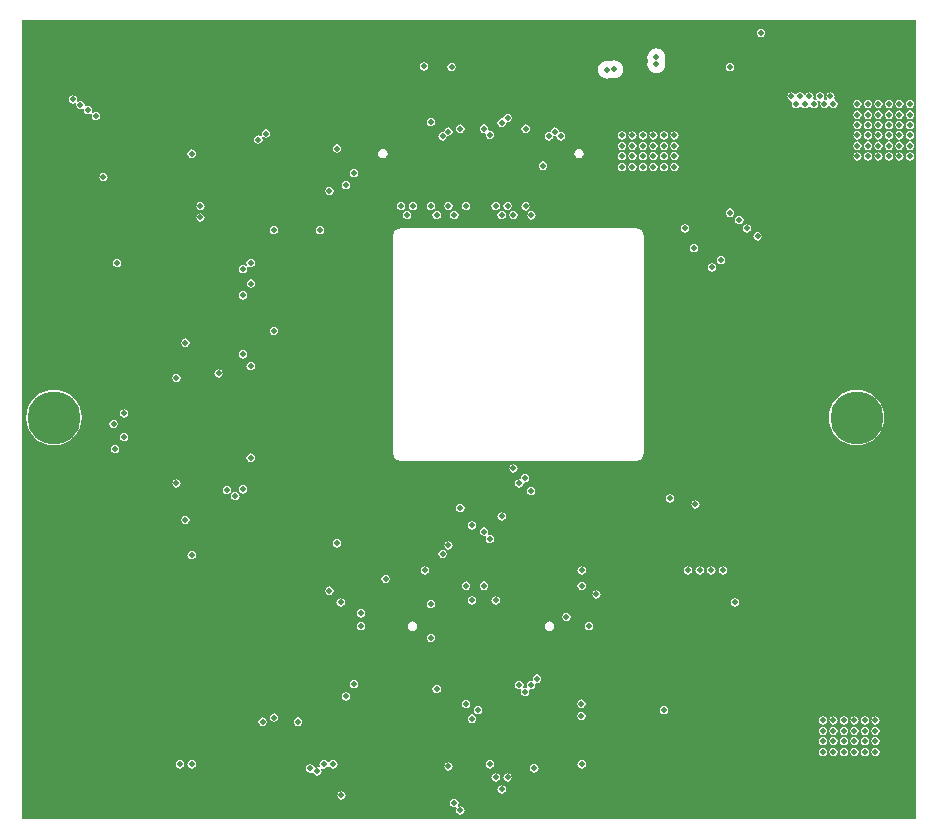
<source format=gbr>
G04 Layer_Physical_Order=3*
G04 Layer_Color=16440176*
%FSLAX45Y45*%
%MOMM*%
%TF.FileFunction,Copper,L3,Inr,Signal*%
%TF.Part,Single*%
G01*
G75*
%TA.AperFunction,ViaPad*%
%ADD19C,4.50000*%
%ADD20C,0.50000*%
G36*
X4264291Y-1633691D02*
X-3302891D01*
Y5133491D01*
X4264291D01*
Y-1633691D01*
D02*
G37*
%LPC*%
G36*
X2951000Y5058949D02*
X2937281Y5056220D01*
X2925651Y5048449D01*
X2917880Y5036819D01*
X2915151Y5023100D01*
X2917880Y5009381D01*
X2925651Y4997751D01*
X2937281Y4989980D01*
X2951000Y4987251D01*
X2964719Y4989980D01*
X2976349Y4997751D01*
X2984120Y5009381D01*
X2986849Y5023100D01*
X2984120Y5036819D01*
X2976349Y5048449D01*
X2964719Y5056220D01*
X2951000Y5058949D01*
D02*
G37*
G36*
X1709900Y4789054D02*
X1690112Y4786449D01*
X1676460Y4780794D01*
X1666188Y4785049D01*
X1646400Y4787654D01*
X1626612Y4785049D01*
X1608173Y4777411D01*
X1592339Y4765261D01*
X1580189Y4749427D01*
X1572551Y4730988D01*
X1569946Y4711200D01*
X1572551Y4691412D01*
X1580189Y4672973D01*
X1592339Y4657139D01*
X1608173Y4644989D01*
X1626612Y4637351D01*
X1646400Y4634746D01*
X1666188Y4637351D01*
X1679840Y4643006D01*
X1690112Y4638751D01*
X1709900Y4636146D01*
X1729688Y4638751D01*
X1748127Y4646389D01*
X1763961Y4658539D01*
X1776111Y4674373D01*
X1783749Y4692812D01*
X1786354Y4712600D01*
X1783749Y4732388D01*
X1776111Y4750827D01*
X1763961Y4766661D01*
X1748127Y4778811D01*
X1729688Y4786449D01*
X1709900Y4789054D01*
D02*
G37*
G36*
X97400Y4773849D02*
X83682Y4771120D01*
X72051Y4763349D01*
X64280Y4751719D01*
X61552Y4738000D01*
X64280Y4724281D01*
X72051Y4712651D01*
X83682Y4704880D01*
X97400Y4702151D01*
X111119Y4704880D01*
X122749Y4712651D01*
X130520Y4724281D01*
X133249Y4738000D01*
X130520Y4751719D01*
X122749Y4763349D01*
X111119Y4771120D01*
X97400Y4773849D01*
D02*
G37*
G36*
X331101Y4768748D02*
X317382Y4766020D01*
X305752Y4758249D01*
X297981Y4746618D01*
X295252Y4732900D01*
X297981Y4719181D01*
X305752Y4707551D01*
X317382Y4699780D01*
X331101Y4697051D01*
X344819Y4699780D01*
X356450Y4707551D01*
X364221Y4719181D01*
X366949Y4732900D01*
X364221Y4746618D01*
X356450Y4758249D01*
X344819Y4766020D01*
X331101Y4768748D01*
D02*
G37*
G36*
X2687800Y4767599D02*
X2674081Y4764870D01*
X2662451Y4757099D01*
X2654680Y4745469D01*
X2651951Y4731750D01*
X2654680Y4718031D01*
X2662451Y4706401D01*
X2674081Y4698630D01*
X2687800Y4695901D01*
X2701519Y4698630D01*
X2713149Y4706401D01*
X2720920Y4718031D01*
X2723649Y4731750D01*
X2720920Y4745469D01*
X2713149Y4757099D01*
X2701519Y4764870D01*
X2687800Y4767599D01*
D02*
G37*
G36*
X2065500Y4892284D02*
X2045712Y4889679D01*
X2027273Y4882041D01*
X2011439Y4869891D01*
X1999289Y4854057D01*
X1991651Y4835618D01*
X1989046Y4815830D01*
X1991651Y4796042D01*
X1995914Y4785750D01*
X1991651Y4775458D01*
X1989046Y4755670D01*
X1991651Y4735882D01*
X1999289Y4717443D01*
X2011439Y4701609D01*
X2027273Y4689459D01*
X2045712Y4681821D01*
X2065500Y4679216D01*
X2085288Y4681821D01*
X2103727Y4689459D01*
X2119561Y4701609D01*
X2131711Y4717443D01*
X2139349Y4735882D01*
X2141954Y4755670D01*
X2139349Y4775458D01*
X2135086Y4785750D01*
X2139349Y4796042D01*
X2141954Y4815830D01*
X2139349Y4835618D01*
X2131711Y4854057D01*
X2119561Y4869891D01*
X2103727Y4882041D01*
X2085288Y4889679D01*
X2065500Y4892284D01*
D02*
G37*
G36*
X3538700Y4519849D02*
X3524981Y4517120D01*
X3513351Y4509349D01*
X3505580Y4497719D01*
X3502851Y4484000D01*
X3505580Y4470281D01*
X3510449Y4462994D01*
X3502121Y4454153D01*
X3501411Y4453661D01*
X3487900Y4456349D01*
X3481399Y4468005D01*
X3482920Y4470281D01*
X3485649Y4484000D01*
X3482920Y4497719D01*
X3475149Y4509349D01*
X3463519Y4517120D01*
X3449800Y4519849D01*
X3436081Y4517120D01*
X3424451Y4509349D01*
X3416680Y4497719D01*
X3413951Y4484000D01*
X3416680Y4470281D01*
X3421549Y4462994D01*
X3413222Y4454154D01*
X3412511Y4453661D01*
X3399000Y4456349D01*
X3392499Y4468005D01*
X3394020Y4470281D01*
X3396749Y4484000D01*
X3394020Y4497719D01*
X3386249Y4509349D01*
X3374619Y4517120D01*
X3360900Y4519849D01*
X3347181Y4517120D01*
X3335551Y4509349D01*
X3327780Y4497719D01*
X3327325Y4495429D01*
X3314376D01*
X3313920Y4497719D01*
X3306149Y4509349D01*
X3294519Y4517120D01*
X3280800Y4519849D01*
X3267081Y4517120D01*
X3255451Y4509349D01*
X3252291Y4504619D01*
X3237090D01*
X3233929Y4509349D01*
X3222299Y4517120D01*
X3208580Y4519849D01*
X3194861Y4517120D01*
X3183231Y4509349D01*
X3175460Y4497719D01*
X3172731Y4484000D01*
X3175460Y4470281D01*
X3183231Y4458651D01*
X3194861Y4450880D01*
X3208580Y4448151D01*
X3214989Y4436477D01*
X3213480Y4434219D01*
X3210751Y4420500D01*
X3213480Y4406781D01*
X3221251Y4395151D01*
X3232881Y4387380D01*
X3246600Y4384651D01*
X3260319Y4387380D01*
X3271949Y4395151D01*
X3277644Y4403674D01*
X3280729Y4404471D01*
X3288671D01*
X3291756Y4403674D01*
X3297451Y4395151D01*
X3309081Y4387380D01*
X3322800Y4384651D01*
X3336519Y4387380D01*
X3348149Y4395151D01*
X3353844Y4403674D01*
X3356929Y4404471D01*
X3364871D01*
X3367956Y4403674D01*
X3373651Y4395151D01*
X3385281Y4387380D01*
X3399000Y4384651D01*
X3412719Y4387380D01*
X3424349Y4395151D01*
X3432120Y4406781D01*
X3434849Y4420500D01*
X3432120Y4434219D01*
X3427251Y4441505D01*
X3435578Y4450346D01*
X3436289Y4450838D01*
X3449800Y4448151D01*
X3456301Y4436495D01*
X3454780Y4434219D01*
X3452051Y4420500D01*
X3454780Y4406781D01*
X3462551Y4395151D01*
X3474181Y4387380D01*
X3487900Y4384651D01*
X3501619Y4387380D01*
X3513249Y4395151D01*
X3518944Y4403674D01*
X3522029Y4404471D01*
X3529971D01*
X3533056Y4403674D01*
X3538751Y4395151D01*
X3550381Y4387380D01*
X3564100Y4384651D01*
X3577819Y4387380D01*
X3589449Y4395151D01*
X3597220Y4406781D01*
X3599949Y4420500D01*
X3597220Y4434219D01*
X3589449Y4445849D01*
X3577819Y4453620D01*
X3576180Y4453946D01*
X3570334Y4468058D01*
X3571820Y4470281D01*
X3574549Y4484000D01*
X3571820Y4497719D01*
X3564049Y4509349D01*
X3552419Y4517120D01*
X3538700Y4519849D01*
D02*
G37*
G36*
X4211800Y4457749D02*
X4198081Y4455020D01*
X4186451Y4447249D01*
X4178680Y4435619D01*
X4175951Y4421900D01*
X4178680Y4408181D01*
X4186451Y4396551D01*
X4198081Y4388780D01*
X4211800Y4386051D01*
X4225519Y4388780D01*
X4237149Y4396551D01*
X4244920Y4408181D01*
X4247649Y4421900D01*
X4244920Y4435619D01*
X4237149Y4447249D01*
X4225519Y4455020D01*
X4211800Y4457749D01*
D02*
G37*
G36*
X4122900D02*
X4109181Y4455020D01*
X4097551Y4447249D01*
X4089780Y4435619D01*
X4087051Y4421900D01*
X4089780Y4408181D01*
X4097551Y4396551D01*
X4109181Y4388780D01*
X4122900Y4386051D01*
X4136619Y4388780D01*
X4148249Y4396551D01*
X4156020Y4408181D01*
X4158749Y4421900D01*
X4156020Y4435619D01*
X4148249Y4447249D01*
X4136619Y4455020D01*
X4122900Y4457749D01*
D02*
G37*
G36*
X4034000D02*
X4020281Y4455020D01*
X4008651Y4447249D01*
X4000880Y4435619D01*
X3998151Y4421900D01*
X4000880Y4408181D01*
X4008651Y4396551D01*
X4020281Y4388780D01*
X4034000Y4386051D01*
X4047719Y4388780D01*
X4059349Y4396551D01*
X4067120Y4408181D01*
X4069849Y4421900D01*
X4067120Y4435619D01*
X4059349Y4447249D01*
X4047719Y4455020D01*
X4034000Y4457749D01*
D02*
G37*
G36*
X3945100D02*
X3931381Y4455020D01*
X3919751Y4447249D01*
X3911980Y4435619D01*
X3909251Y4421900D01*
X3911980Y4408181D01*
X3919751Y4396551D01*
X3931381Y4388780D01*
X3945100Y4386051D01*
X3958819Y4388780D01*
X3970449Y4396551D01*
X3978220Y4408181D01*
X3980949Y4421900D01*
X3978220Y4435619D01*
X3970449Y4447249D01*
X3958819Y4455020D01*
X3945100Y4457749D01*
D02*
G37*
G36*
X3856200D02*
X3842481Y4455020D01*
X3830851Y4447249D01*
X3823080Y4435619D01*
X3820351Y4421900D01*
X3823080Y4408181D01*
X3830851Y4396551D01*
X3842481Y4388780D01*
X3856200Y4386051D01*
X3869919Y4388780D01*
X3881549Y4396551D01*
X3889320Y4408181D01*
X3892049Y4421900D01*
X3889320Y4435619D01*
X3881549Y4447249D01*
X3869919Y4455020D01*
X3856200Y4457749D01*
D02*
G37*
G36*
X3767300D02*
X3753581Y4455020D01*
X3741951Y4447249D01*
X3734180Y4435619D01*
X3731451Y4421900D01*
X3734180Y4408181D01*
X3741951Y4396551D01*
X3753581Y4388780D01*
X3767300Y4386051D01*
X3781019Y4388780D01*
X3792649Y4396551D01*
X3800420Y4408181D01*
X3803149Y4421900D01*
X3800420Y4435619D01*
X3792649Y4447249D01*
X3781019Y4455020D01*
X3767300Y4457749D01*
D02*
G37*
G36*
X804975Y4338474D02*
X791256Y4335745D01*
X779626Y4327974D01*
X771855Y4316344D01*
X769126Y4302625D01*
X757281Y4297078D01*
X755084Y4297515D01*
X741365Y4294786D01*
X729735Y4287015D01*
X721964Y4275385D01*
X719235Y4261666D01*
X721964Y4247947D01*
X729735Y4236317D01*
X741365Y4228546D01*
X755084Y4225817D01*
X768802Y4228546D01*
X780433Y4236317D01*
X788204Y4247947D01*
X790932Y4261666D01*
X802778Y4267213D01*
X804975Y4266776D01*
X818694Y4269505D01*
X830324Y4277276D01*
X838095Y4288906D01*
X840824Y4302625D01*
X838095Y4316344D01*
X830324Y4327974D01*
X818694Y4335745D01*
X804975Y4338474D01*
D02*
G37*
G36*
X4211800Y4365849D02*
X4198081Y4363120D01*
X4186451Y4355349D01*
X4178680Y4343719D01*
X4175951Y4330000D01*
X4178680Y4316281D01*
X4186451Y4304651D01*
X4198081Y4296880D01*
X4211800Y4294151D01*
X4225519Y4296880D01*
X4237149Y4304651D01*
X4244920Y4316281D01*
X4247649Y4330000D01*
X4244920Y4343719D01*
X4237149Y4355349D01*
X4225519Y4363120D01*
X4211800Y4365849D01*
D02*
G37*
G36*
X4122900D02*
X4109181Y4363120D01*
X4097551Y4355349D01*
X4089780Y4343719D01*
X4087051Y4330000D01*
X4089780Y4316281D01*
X4097551Y4304651D01*
X4109181Y4296880D01*
X4122900Y4294151D01*
X4136619Y4296880D01*
X4148249Y4304651D01*
X4156020Y4316281D01*
X4158749Y4330000D01*
X4156020Y4343719D01*
X4148249Y4355349D01*
X4136619Y4363120D01*
X4122900Y4365849D01*
D02*
G37*
G36*
X4034000D02*
X4020281Y4363120D01*
X4008651Y4355349D01*
X4000880Y4343719D01*
X3998151Y4330000D01*
X4000880Y4316281D01*
X4008651Y4304651D01*
X4020281Y4296880D01*
X4034000Y4294151D01*
X4047719Y4296880D01*
X4059349Y4304651D01*
X4067120Y4316281D01*
X4069849Y4330000D01*
X4067120Y4343719D01*
X4059349Y4355349D01*
X4047719Y4363120D01*
X4034000Y4365849D01*
D02*
G37*
G36*
X3945100D02*
X3931381Y4363120D01*
X3919751Y4355349D01*
X3911980Y4343719D01*
X3909251Y4330000D01*
X3911980Y4316281D01*
X3919751Y4304651D01*
X3931381Y4296880D01*
X3945100Y4294151D01*
X3958819Y4296880D01*
X3970449Y4304651D01*
X3978220Y4316281D01*
X3980949Y4330000D01*
X3978220Y4343719D01*
X3970449Y4355349D01*
X3958819Y4363120D01*
X3945100Y4365849D01*
D02*
G37*
G36*
X3856200D02*
X3842481Y4363120D01*
X3830851Y4355349D01*
X3823080Y4343719D01*
X3820351Y4330000D01*
X3823080Y4316281D01*
X3830851Y4304651D01*
X3842481Y4296880D01*
X3856200Y4294151D01*
X3869919Y4296880D01*
X3881549Y4304651D01*
X3889320Y4316281D01*
X3892049Y4330000D01*
X3889320Y4343719D01*
X3881549Y4355349D01*
X3869919Y4363120D01*
X3856200Y4365849D01*
D02*
G37*
G36*
X3767300D02*
X3753581Y4363120D01*
X3741951Y4355349D01*
X3734180Y4343719D01*
X3731451Y4330000D01*
X3734180Y4316281D01*
X3741951Y4304651D01*
X3753581Y4296880D01*
X3767300Y4294151D01*
X3781019Y4296880D01*
X3792649Y4304651D01*
X3800420Y4316281D01*
X3803149Y4330000D01*
X3800420Y4343719D01*
X3792649Y4355349D01*
X3781019Y4363120D01*
X3767300Y4365849D01*
D02*
G37*
G36*
X-2876275Y4494474D02*
X-2889994Y4491745D01*
X-2901624Y4483974D01*
X-2909395Y4472344D01*
X-2912124Y4458625D01*
X-2909395Y4444906D01*
X-2901624Y4433276D01*
X-2889994Y4425505D01*
X-2876275Y4422776D01*
X-2862556Y4425505D01*
X-2855289Y4430361D01*
X-2852831Y4429153D01*
X-2844996Y4421964D01*
X-2847120Y4411285D01*
X-2844391Y4397567D01*
X-2836620Y4385936D01*
X-2824990Y4378165D01*
X-2811271Y4375437D01*
X-2797552Y4378165D01*
X-2792757Y4381369D01*
X-2781327Y4373732D01*
X-2782124Y4369725D01*
X-2779395Y4356006D01*
X-2771624Y4344376D01*
X-2759994Y4336605D01*
X-2746275Y4333876D01*
X-2732556Y4336605D01*
X-2723611Y4342582D01*
X-2720926Y4344375D01*
X-2711999Y4336229D01*
X-2714395Y4332644D01*
X-2717124Y4318925D01*
X-2714395Y4305206D01*
X-2706624Y4293576D01*
X-2694994Y4285805D01*
X-2681275Y4283076D01*
X-2667556Y4285805D01*
X-2655926Y4293576D01*
X-2648155Y4305206D01*
X-2645426Y4318925D01*
X-2648155Y4332644D01*
X-2655926Y4344274D01*
X-2667556Y4352045D01*
X-2681275Y4354774D01*
X-2694994Y4352045D01*
X-2703939Y4346068D01*
X-2706624Y4344275D01*
X-2715551Y4352420D01*
X-2713155Y4356006D01*
X-2710426Y4369725D01*
X-2713155Y4383444D01*
X-2720926Y4395074D01*
X-2732556Y4402845D01*
X-2746275Y4405574D01*
X-2759994Y4402845D01*
X-2764789Y4399641D01*
X-2776219Y4407278D01*
X-2775422Y4411285D01*
X-2778151Y4425004D01*
X-2785922Y4436634D01*
X-2797552Y4444405D01*
X-2811271Y4447134D01*
X-2824990Y4444405D01*
X-2832257Y4439549D01*
X-2834714Y4440757D01*
X-2842550Y4447946D01*
X-2840426Y4458625D01*
X-2843155Y4472344D01*
X-2850926Y4483974D01*
X-2862556Y4491745D01*
X-2876275Y4494474D01*
D02*
G37*
G36*
X155350Y4303949D02*
X141631Y4301220D01*
X130001Y4293449D01*
X122230Y4281819D01*
X119501Y4268100D01*
X122230Y4254381D01*
X130001Y4242751D01*
X141631Y4234980D01*
X155350Y4232251D01*
X169069Y4234980D01*
X180699Y4242751D01*
X188470Y4254381D01*
X191199Y4268100D01*
X188470Y4281819D01*
X180699Y4293449D01*
X169069Y4301220D01*
X155350Y4303949D01*
D02*
G37*
G36*
X4211800Y4278549D02*
X4198081Y4275820D01*
X4186451Y4268049D01*
X4178680Y4256419D01*
X4175951Y4242700D01*
X4178680Y4228981D01*
X4186451Y4217351D01*
X4198081Y4209580D01*
X4211800Y4206851D01*
X4225519Y4209580D01*
X4237149Y4217351D01*
X4244920Y4228981D01*
X4247649Y4242700D01*
X4244920Y4256419D01*
X4237149Y4268049D01*
X4225519Y4275820D01*
X4211800Y4278549D01*
D02*
G37*
G36*
X4122900D02*
X4109181Y4275820D01*
X4097551Y4268049D01*
X4089780Y4256419D01*
X4087051Y4242700D01*
X4089780Y4228981D01*
X4097551Y4217351D01*
X4109181Y4209580D01*
X4122900Y4206851D01*
X4136619Y4209580D01*
X4148249Y4217351D01*
X4156020Y4228981D01*
X4158749Y4242700D01*
X4156020Y4256419D01*
X4148249Y4268049D01*
X4136619Y4275820D01*
X4122900Y4278549D01*
D02*
G37*
G36*
X4034000D02*
X4020281Y4275820D01*
X4008651Y4268049D01*
X4000880Y4256419D01*
X3998151Y4242700D01*
X4000880Y4228981D01*
X4008651Y4217351D01*
X4020281Y4209580D01*
X4034000Y4206851D01*
X4047719Y4209580D01*
X4059349Y4217351D01*
X4067120Y4228981D01*
X4069849Y4242700D01*
X4067120Y4256419D01*
X4059349Y4268049D01*
X4047719Y4275820D01*
X4034000Y4278549D01*
D02*
G37*
G36*
X3945100D02*
X3931381Y4275820D01*
X3919751Y4268049D01*
X3911980Y4256419D01*
X3909251Y4242700D01*
X3911980Y4228981D01*
X3919751Y4217351D01*
X3931381Y4209580D01*
X3945100Y4206851D01*
X3958819Y4209580D01*
X3970449Y4217351D01*
X3978220Y4228981D01*
X3980949Y4242700D01*
X3978220Y4256419D01*
X3970449Y4268049D01*
X3958819Y4275820D01*
X3945100Y4278549D01*
D02*
G37*
G36*
X3856200D02*
X3842481Y4275820D01*
X3830851Y4268049D01*
X3823080Y4256419D01*
X3820351Y4242700D01*
X3823080Y4228981D01*
X3830851Y4217351D01*
X3842481Y4209580D01*
X3856200Y4206851D01*
X3869919Y4209580D01*
X3881549Y4217351D01*
X3889320Y4228981D01*
X3892049Y4242700D01*
X3889320Y4256419D01*
X3881549Y4268049D01*
X3869919Y4275820D01*
X3856200Y4278549D01*
D02*
G37*
G36*
X3767300D02*
X3753581Y4275820D01*
X3741951Y4268049D01*
X3734180Y4256419D01*
X3731451Y4242700D01*
X3734180Y4228981D01*
X3741951Y4217351D01*
X3753581Y4209580D01*
X3767300Y4206851D01*
X3781019Y4209580D01*
X3792649Y4217351D01*
X3800420Y4228981D01*
X3803149Y4242700D01*
X3800420Y4256419D01*
X3792649Y4268049D01*
X3781019Y4275820D01*
X3767300Y4278549D01*
D02*
G37*
G36*
X1204950Y4222669D02*
X1191231Y4219940D01*
X1179601Y4212169D01*
X1171830Y4200539D01*
X1169101Y4186820D01*
X1157141Y4181849D01*
X1154950Y4182285D01*
X1141231Y4179556D01*
X1129601Y4171785D01*
X1121830Y4160155D01*
X1119101Y4146436D01*
X1121830Y4132717D01*
X1129601Y4121087D01*
X1141231Y4113316D01*
X1154950Y4110587D01*
X1168669Y4113316D01*
X1180299Y4121087D01*
X1188070Y4132717D01*
X1190799Y4146436D01*
X1202759Y4151407D01*
X1204950Y4150971D01*
X1207141Y4151407D01*
X1219101Y4146436D01*
X1221830Y4132717D01*
X1229601Y4121087D01*
X1241231Y4113316D01*
X1254950Y4110587D01*
X1268669Y4113316D01*
X1280299Y4121087D01*
X1288070Y4132717D01*
X1290799Y4146436D01*
X1288070Y4160155D01*
X1280299Y4171785D01*
X1268669Y4179556D01*
X1254950Y4182285D01*
X1252759Y4181849D01*
X1240799Y4186820D01*
X1238070Y4200539D01*
X1230299Y4212169D01*
X1218669Y4219940D01*
X1204950Y4222669D01*
D02*
G37*
G36*
X305000D02*
X291281Y4219940D01*
X279651Y4212169D01*
X271880Y4200539D01*
X269151Y4186820D01*
X257193Y4181838D01*
X254950Y4182285D01*
X241231Y4179556D01*
X229601Y4171785D01*
X221830Y4160155D01*
X219101Y4146436D01*
X221830Y4132717D01*
X229601Y4121087D01*
X241231Y4113316D01*
X254950Y4110587D01*
X268668Y4113316D01*
X280299Y4121087D01*
X288070Y4132717D01*
X290799Y4146436D01*
X302757Y4151417D01*
X305000Y4150971D01*
X318719Y4153700D01*
X330349Y4161471D01*
X338120Y4173101D01*
X340849Y4186820D01*
X338120Y4200539D01*
X330349Y4212169D01*
X318719Y4219940D01*
X305000Y4222669D01*
D02*
G37*
G36*
X404975Y4247649D02*
X391256Y4244921D01*
X379626Y4237150D01*
X371855Y4225519D01*
X369126Y4211801D01*
X371855Y4198082D01*
X379626Y4186452D01*
X391256Y4178680D01*
X404975Y4175952D01*
X418694Y4178680D01*
X430324Y4186452D01*
X438095Y4198082D01*
X440824Y4211801D01*
X438095Y4225519D01*
X430324Y4237150D01*
X418694Y4244921D01*
X404975Y4247649D01*
D02*
G37*
G36*
X958060Y4247624D02*
X944342Y4244896D01*
X932711Y4237125D01*
X924940Y4225494D01*
X922212Y4211776D01*
X924940Y4198057D01*
X932711Y4186427D01*
X944342Y4178656D01*
X958060Y4175927D01*
X971779Y4178656D01*
X983409Y4186427D01*
X991180Y4198057D01*
X993909Y4211776D01*
X991180Y4225494D01*
X983409Y4237125D01*
X971779Y4244896D01*
X958060Y4247624D01*
D02*
G37*
G36*
X-1239275Y4205774D02*
X-1252993Y4203045D01*
X-1264624Y4195274D01*
X-1272395Y4183644D01*
X-1275123Y4169925D01*
X-1272395Y4156206D01*
X-1269865Y4152420D01*
X-1278926Y4144364D01*
X-1281809Y4146289D01*
X-1290556Y4152134D01*
X-1304275Y4154863D01*
X-1317994Y4152134D01*
X-1329624Y4144363D01*
X-1337395Y4132733D01*
X-1340124Y4119014D01*
X-1337395Y4105295D01*
X-1329624Y4093665D01*
X-1317994Y4085894D01*
X-1304275Y4083165D01*
X-1290556Y4085894D01*
X-1278926Y4093665D01*
X-1271155Y4105295D01*
X-1268426Y4119014D01*
X-1271155Y4132733D01*
X-1273684Y4136519D01*
X-1264624Y4144575D01*
X-1261740Y4142650D01*
X-1252993Y4136805D01*
X-1239275Y4134076D01*
X-1225556Y4136805D01*
X-1213926Y4144576D01*
X-1206155Y4156206D01*
X-1203426Y4169925D01*
X-1206155Y4183644D01*
X-1213926Y4195274D01*
X-1225556Y4203045D01*
X-1239275Y4205774D01*
D02*
G37*
G36*
X605000Y4247649D02*
X591281Y4244921D01*
X579651Y4237150D01*
X571880Y4225519D01*
X569151Y4211801D01*
X571880Y4198082D01*
X579651Y4186452D01*
X591281Y4178680D01*
X605000Y4175952D01*
X610535Y4177053D01*
X620504Y4166087D01*
X619126Y4159156D01*
X621855Y4145437D01*
X629626Y4133807D01*
X641256Y4126036D01*
X654975Y4123307D01*
X668694Y4126036D01*
X680324Y4133807D01*
X688095Y4145437D01*
X690824Y4159156D01*
X688095Y4172875D01*
X680324Y4184505D01*
X668694Y4192276D01*
X654975Y4195005D01*
X649440Y4193904D01*
X639470Y4204870D01*
X640849Y4211801D01*
X638120Y4225519D01*
X630349Y4237150D01*
X618719Y4244921D01*
X605000Y4247649D01*
D02*
G37*
G36*
X4211800Y4191049D02*
X4198081Y4188320D01*
X4186451Y4180549D01*
X4178680Y4168919D01*
X4175951Y4155200D01*
X4178680Y4141481D01*
X4186451Y4129851D01*
X4198081Y4122080D01*
X4211800Y4119351D01*
X4225519Y4122080D01*
X4237149Y4129851D01*
X4244920Y4141481D01*
X4247649Y4155200D01*
X4244920Y4168919D01*
X4237149Y4180549D01*
X4225519Y4188320D01*
X4211800Y4191049D01*
D02*
G37*
G36*
X4122900D02*
X4109181Y4188320D01*
X4097551Y4180549D01*
X4089780Y4168919D01*
X4087051Y4155200D01*
X4089780Y4141481D01*
X4097551Y4129851D01*
X4109181Y4122080D01*
X4122900Y4119351D01*
X4136619Y4122080D01*
X4148249Y4129851D01*
X4156020Y4141481D01*
X4158749Y4155200D01*
X4156020Y4168919D01*
X4148249Y4180549D01*
X4136619Y4188320D01*
X4122900Y4191049D01*
D02*
G37*
G36*
X4034000D02*
X4020281Y4188320D01*
X4008651Y4180549D01*
X4000880Y4168919D01*
X3998151Y4155200D01*
X4000880Y4141481D01*
X4008651Y4129851D01*
X4020281Y4122080D01*
X4034000Y4119351D01*
X4047719Y4122080D01*
X4059349Y4129851D01*
X4067120Y4141481D01*
X4069849Y4155200D01*
X4067120Y4168919D01*
X4059349Y4180549D01*
X4047719Y4188320D01*
X4034000Y4191049D01*
D02*
G37*
G36*
X3945100D02*
X3931381Y4188320D01*
X3919751Y4180549D01*
X3911980Y4168919D01*
X3909251Y4155200D01*
X3911980Y4141481D01*
X3919751Y4129851D01*
X3931381Y4122080D01*
X3945100Y4119351D01*
X3958819Y4122080D01*
X3970449Y4129851D01*
X3978220Y4141481D01*
X3980949Y4155200D01*
X3978220Y4168919D01*
X3970449Y4180549D01*
X3958819Y4188320D01*
X3945100Y4191049D01*
D02*
G37*
G36*
X3856200D02*
X3842481Y4188320D01*
X3830851Y4180549D01*
X3823080Y4168919D01*
X3820351Y4155200D01*
X3823080Y4141481D01*
X3830851Y4129851D01*
X3842481Y4122080D01*
X3856200Y4119351D01*
X3869919Y4122080D01*
X3881549Y4129851D01*
X3889320Y4141481D01*
X3892049Y4155200D01*
X3889320Y4168919D01*
X3881549Y4180549D01*
X3869919Y4188320D01*
X3856200Y4191049D01*
D02*
G37*
G36*
X3767300D02*
X3753581Y4188320D01*
X3741951Y4180549D01*
X3734180Y4168919D01*
X3731451Y4155200D01*
X3734180Y4141481D01*
X3741951Y4129851D01*
X3753581Y4122080D01*
X3767300Y4119351D01*
X3781019Y4122080D01*
X3792649Y4129851D01*
X3800420Y4141481D01*
X3803149Y4155200D01*
X3800420Y4168919D01*
X3792649Y4180549D01*
X3781019Y4188320D01*
X3767300Y4191049D01*
D02*
G37*
G36*
X2217900Y4189649D02*
X2204181Y4186920D01*
X2192551Y4179149D01*
X2184780Y4167519D01*
X2182051Y4153800D01*
X2184780Y4140081D01*
X2192551Y4128451D01*
X2204181Y4120680D01*
X2217900Y4117951D01*
X2231619Y4120680D01*
X2243249Y4128451D01*
X2251020Y4140081D01*
X2253749Y4153800D01*
X2251020Y4167519D01*
X2243249Y4179149D01*
X2231619Y4186920D01*
X2217900Y4189649D01*
D02*
G37*
G36*
X2129000D02*
X2115281Y4186920D01*
X2103651Y4179149D01*
X2095880Y4167519D01*
X2093151Y4153800D01*
X2095880Y4140081D01*
X2103651Y4128451D01*
X2115281Y4120680D01*
X2129000Y4117951D01*
X2142719Y4120680D01*
X2154349Y4128451D01*
X2162120Y4140081D01*
X2164849Y4153800D01*
X2162120Y4167519D01*
X2154349Y4179149D01*
X2142719Y4186920D01*
X2129000Y4189649D01*
D02*
G37*
G36*
X2040100D02*
X2026381Y4186920D01*
X2014751Y4179149D01*
X2006980Y4167519D01*
X2004251Y4153800D01*
X2006980Y4140081D01*
X2014751Y4128451D01*
X2026381Y4120680D01*
X2040100Y4117951D01*
X2053819Y4120680D01*
X2065449Y4128451D01*
X2073220Y4140081D01*
X2075949Y4153800D01*
X2073220Y4167519D01*
X2065449Y4179149D01*
X2053819Y4186920D01*
X2040100Y4189649D01*
D02*
G37*
G36*
X1951200D02*
X1937481Y4186920D01*
X1925851Y4179149D01*
X1918080Y4167519D01*
X1915351Y4153800D01*
X1918080Y4140081D01*
X1925851Y4128451D01*
X1937481Y4120680D01*
X1951200Y4117951D01*
X1964919Y4120680D01*
X1976549Y4128451D01*
X1984320Y4140081D01*
X1987049Y4153800D01*
X1984320Y4167519D01*
X1976549Y4179149D01*
X1964919Y4186920D01*
X1951200Y4189649D01*
D02*
G37*
G36*
X1862300D02*
X1848581Y4186920D01*
X1836951Y4179149D01*
X1829180Y4167519D01*
X1826451Y4153800D01*
X1829180Y4140081D01*
X1836951Y4128451D01*
X1848581Y4120680D01*
X1862300Y4117951D01*
X1876019Y4120680D01*
X1887649Y4128451D01*
X1895420Y4140081D01*
X1898149Y4153800D01*
X1895420Y4167519D01*
X1887649Y4179149D01*
X1876019Y4186920D01*
X1862300Y4189649D01*
D02*
G37*
G36*
X1773400D02*
X1759681Y4186920D01*
X1748051Y4179149D01*
X1740280Y4167519D01*
X1737551Y4153800D01*
X1740280Y4140081D01*
X1748051Y4128451D01*
X1759681Y4120680D01*
X1773400Y4117951D01*
X1787119Y4120680D01*
X1798749Y4128451D01*
X1806520Y4140081D01*
X1809249Y4153800D01*
X1806520Y4167519D01*
X1798749Y4179149D01*
X1787119Y4186920D01*
X1773400Y4189649D01*
D02*
G37*
G36*
X4211800Y4103749D02*
X4198081Y4101020D01*
X4186451Y4093249D01*
X4178680Y4081619D01*
X4175951Y4067900D01*
X4178680Y4054181D01*
X4186451Y4042551D01*
X4198081Y4034780D01*
X4211800Y4032051D01*
X4225519Y4034780D01*
X4237149Y4042551D01*
X4244920Y4054181D01*
X4247649Y4067900D01*
X4244920Y4081619D01*
X4237149Y4093249D01*
X4225519Y4101020D01*
X4211800Y4103749D01*
D02*
G37*
G36*
X4122900D02*
X4109181Y4101020D01*
X4097551Y4093249D01*
X4089780Y4081619D01*
X4087051Y4067900D01*
X4089780Y4054181D01*
X4097551Y4042551D01*
X4109181Y4034780D01*
X4122900Y4032051D01*
X4136619Y4034780D01*
X4148249Y4042551D01*
X4156020Y4054181D01*
X4158749Y4067900D01*
X4156020Y4081619D01*
X4148249Y4093249D01*
X4136619Y4101020D01*
X4122900Y4103749D01*
D02*
G37*
G36*
X4034000D02*
X4020281Y4101020D01*
X4008651Y4093249D01*
X4000880Y4081619D01*
X3998151Y4067900D01*
X4000880Y4054181D01*
X4008651Y4042551D01*
X4020281Y4034780D01*
X4034000Y4032051D01*
X4047719Y4034780D01*
X4059349Y4042551D01*
X4067120Y4054181D01*
X4069849Y4067900D01*
X4067120Y4081619D01*
X4059349Y4093249D01*
X4047719Y4101020D01*
X4034000Y4103749D01*
D02*
G37*
G36*
X3945100D02*
X3931381Y4101020D01*
X3919751Y4093249D01*
X3911980Y4081619D01*
X3909251Y4067900D01*
X3911980Y4054181D01*
X3919751Y4042551D01*
X3931381Y4034780D01*
X3945100Y4032051D01*
X3958819Y4034780D01*
X3970449Y4042551D01*
X3978220Y4054181D01*
X3980949Y4067900D01*
X3978220Y4081619D01*
X3970449Y4093249D01*
X3958819Y4101020D01*
X3945100Y4103749D01*
D02*
G37*
G36*
X3856200D02*
X3842481Y4101020D01*
X3830851Y4093249D01*
X3823080Y4081619D01*
X3820351Y4067900D01*
X3823080Y4054181D01*
X3830851Y4042551D01*
X3842481Y4034780D01*
X3856200Y4032051D01*
X3869919Y4034780D01*
X3881549Y4042551D01*
X3889320Y4054181D01*
X3892049Y4067900D01*
X3889320Y4081619D01*
X3881549Y4093249D01*
X3869919Y4101020D01*
X3856200Y4103749D01*
D02*
G37*
G36*
X3767300D02*
X3753581Y4101020D01*
X3741951Y4093249D01*
X3734180Y4081619D01*
X3731451Y4067900D01*
X3734180Y4054181D01*
X3741951Y4042551D01*
X3753581Y4034780D01*
X3767300Y4032051D01*
X3781019Y4034780D01*
X3792649Y4042551D01*
X3800420Y4054181D01*
X3803149Y4067900D01*
X3800420Y4081619D01*
X3792649Y4093249D01*
X3781019Y4101020D01*
X3767300Y4103749D01*
D02*
G37*
G36*
X2217900Y4102149D02*
X2204181Y4099420D01*
X2192551Y4091649D01*
X2184780Y4080019D01*
X2182051Y4066300D01*
X2184780Y4052581D01*
X2192551Y4040951D01*
X2204181Y4033180D01*
X2217900Y4030451D01*
X2231619Y4033180D01*
X2243249Y4040951D01*
X2251020Y4052581D01*
X2253749Y4066300D01*
X2251020Y4080019D01*
X2243249Y4091649D01*
X2231619Y4099420D01*
X2217900Y4102149D01*
D02*
G37*
G36*
X2129000D02*
X2115281Y4099420D01*
X2103651Y4091649D01*
X2095880Y4080019D01*
X2093151Y4066300D01*
X2095880Y4052581D01*
X2103651Y4040951D01*
X2115281Y4033180D01*
X2129000Y4030451D01*
X2142719Y4033180D01*
X2154349Y4040951D01*
X2162120Y4052581D01*
X2164849Y4066300D01*
X2162120Y4080019D01*
X2154349Y4091649D01*
X2142719Y4099420D01*
X2129000Y4102149D01*
D02*
G37*
G36*
X2040100D02*
X2026381Y4099420D01*
X2014751Y4091649D01*
X2006980Y4080019D01*
X2004251Y4066300D01*
X2006980Y4052581D01*
X2014751Y4040951D01*
X2026381Y4033180D01*
X2040100Y4030451D01*
X2053819Y4033180D01*
X2065449Y4040951D01*
X2073220Y4052581D01*
X2075949Y4066300D01*
X2073220Y4080019D01*
X2065449Y4091649D01*
X2053819Y4099420D01*
X2040100Y4102149D01*
D02*
G37*
G36*
X1951200D02*
X1937481Y4099420D01*
X1925851Y4091649D01*
X1918080Y4080019D01*
X1915351Y4066300D01*
X1918080Y4052581D01*
X1925851Y4040951D01*
X1937481Y4033180D01*
X1951200Y4030451D01*
X1964919Y4033180D01*
X1976549Y4040951D01*
X1984320Y4052581D01*
X1987049Y4066300D01*
X1984320Y4080019D01*
X1976549Y4091649D01*
X1964919Y4099420D01*
X1951200Y4102149D01*
D02*
G37*
G36*
X1862300D02*
X1848581Y4099420D01*
X1836951Y4091649D01*
X1829180Y4080019D01*
X1826451Y4066300D01*
X1829180Y4052581D01*
X1836951Y4040951D01*
X1848581Y4033180D01*
X1862300Y4030451D01*
X1876019Y4033180D01*
X1887649Y4040951D01*
X1895420Y4052581D01*
X1898149Y4066300D01*
X1895420Y4080019D01*
X1887649Y4091649D01*
X1876019Y4099420D01*
X1862300Y4102149D01*
D02*
G37*
G36*
X1773400D02*
X1759681Y4099420D01*
X1748051Y4091649D01*
X1740280Y4080019D01*
X1737551Y4066300D01*
X1740280Y4052581D01*
X1748051Y4040951D01*
X1759681Y4033180D01*
X1773400Y4030451D01*
X1787119Y4033180D01*
X1798749Y4040951D01*
X1806520Y4052581D01*
X1809249Y4066300D01*
X1806520Y4080019D01*
X1798749Y4091649D01*
X1787119Y4099420D01*
X1773400Y4102149D01*
D02*
G37*
G36*
X-639500Y4078423D02*
X-653219Y4075695D01*
X-664849Y4067924D01*
X-672620Y4056293D01*
X-675349Y4042575D01*
X-672620Y4028856D01*
X-664849Y4017226D01*
X-653219Y4009455D01*
X-639500Y4006726D01*
X-625781Y4009455D01*
X-614151Y4017226D01*
X-606380Y4028856D01*
X-603651Y4042575D01*
X-606380Y4056293D01*
X-614151Y4067924D01*
X-625781Y4075695D01*
X-639500Y4078423D01*
D02*
G37*
G36*
X-1869300Y4035849D02*
X-1883019Y4033120D01*
X-1894649Y4025349D01*
X-1902420Y4013719D01*
X-1905149Y4000000D01*
X-1902420Y3986281D01*
X-1894649Y3974651D01*
X-1883019Y3966880D01*
X-1869300Y3964151D01*
X-1855581Y3966880D01*
X-1843951Y3974651D01*
X-1836180Y3986281D01*
X-1833451Y4000000D01*
X-1836180Y4013719D01*
X-1843951Y4025349D01*
X-1855581Y4033120D01*
X-1869300Y4035849D01*
D02*
G37*
G36*
X1409950Y4040947D02*
X1394280Y4037830D01*
X1380996Y4028954D01*
X1372120Y4015670D01*
X1369003Y4000000D01*
X1372120Y3984330D01*
X1380996Y3971046D01*
X1394280Y3962170D01*
X1409950Y3959053D01*
X1425620Y3962170D01*
X1438904Y3971046D01*
X1447780Y3984330D01*
X1450897Y4000000D01*
X1447780Y4015670D01*
X1438904Y4028954D01*
X1425620Y4037830D01*
X1409950Y4040947D01*
D02*
G37*
G36*
X-250050D02*
X-265720Y4037830D01*
X-279004Y4028954D01*
X-287880Y4015670D01*
X-290997Y4000000D01*
X-287880Y3984330D01*
X-279004Y3971046D01*
X-265720Y3962170D01*
X-250050Y3959053D01*
X-234380Y3962170D01*
X-221096Y3971046D01*
X-212220Y3984330D01*
X-209103Y4000000D01*
X-212220Y4015670D01*
X-221096Y4028954D01*
X-234380Y4037830D01*
X-250050Y4040947D01*
D02*
G37*
G36*
X2217900Y4014849D02*
X2204181Y4012120D01*
X2192551Y4004349D01*
X2184780Y3992719D01*
X2182051Y3979000D01*
X2184780Y3965281D01*
X2192551Y3953651D01*
X2204181Y3945880D01*
X2217900Y3943151D01*
X2231619Y3945880D01*
X2243249Y3953651D01*
X2251020Y3965281D01*
X2253749Y3979000D01*
X2251020Y3992719D01*
X2243249Y4004349D01*
X2231619Y4012120D01*
X2217900Y4014849D01*
D02*
G37*
G36*
X2129000D02*
X2115281Y4012120D01*
X2103651Y4004349D01*
X2095880Y3992719D01*
X2093151Y3979000D01*
X2095880Y3965281D01*
X2103651Y3953651D01*
X2115281Y3945880D01*
X2129000Y3943151D01*
X2142719Y3945880D01*
X2154349Y3953651D01*
X2162120Y3965281D01*
X2164849Y3979000D01*
X2162120Y3992719D01*
X2154349Y4004349D01*
X2142719Y4012120D01*
X2129000Y4014849D01*
D02*
G37*
G36*
X2040100D02*
X2026381Y4012120D01*
X2014751Y4004349D01*
X2006980Y3992719D01*
X2004251Y3979000D01*
X2006980Y3965281D01*
X2014751Y3953651D01*
X2026381Y3945880D01*
X2040100Y3943151D01*
X2053819Y3945880D01*
X2065449Y3953651D01*
X2073220Y3965281D01*
X2075949Y3979000D01*
X2073220Y3992719D01*
X2065449Y4004349D01*
X2053819Y4012120D01*
X2040100Y4014849D01*
D02*
G37*
G36*
X1951200D02*
X1937481Y4012120D01*
X1925851Y4004349D01*
X1918080Y3992719D01*
X1915351Y3979000D01*
X1918080Y3965281D01*
X1925851Y3953651D01*
X1937481Y3945880D01*
X1951200Y3943151D01*
X1964919Y3945880D01*
X1976549Y3953651D01*
X1984320Y3965281D01*
X1987049Y3979000D01*
X1984320Y3992719D01*
X1976549Y4004349D01*
X1964919Y4012120D01*
X1951200Y4014849D01*
D02*
G37*
G36*
X1862300D02*
X1848581Y4012120D01*
X1836951Y4004349D01*
X1829180Y3992719D01*
X1826451Y3979000D01*
X1829180Y3965281D01*
X1836951Y3953651D01*
X1848581Y3945880D01*
X1862300Y3943151D01*
X1876019Y3945880D01*
X1887649Y3953651D01*
X1895420Y3965281D01*
X1898149Y3979000D01*
X1895420Y3992719D01*
X1887649Y4004349D01*
X1876019Y4012120D01*
X1862300Y4014849D01*
D02*
G37*
G36*
X1773400D02*
X1759681Y4012120D01*
X1748051Y4004349D01*
X1740280Y3992719D01*
X1737551Y3979000D01*
X1740280Y3965281D01*
X1748051Y3953651D01*
X1759681Y3945880D01*
X1773400Y3943151D01*
X1787119Y3945880D01*
X1798749Y3953651D01*
X1806520Y3965281D01*
X1809249Y3979000D01*
X1806520Y3992719D01*
X1798749Y4004349D01*
X1787119Y4012120D01*
X1773400Y4014849D01*
D02*
G37*
G36*
X4211800Y4011849D02*
X4198081Y4009120D01*
X4186451Y4001349D01*
X4178680Y3989719D01*
X4175951Y3976000D01*
X4178680Y3962281D01*
X4186451Y3950651D01*
X4198081Y3942880D01*
X4211800Y3940151D01*
X4225519Y3942880D01*
X4237149Y3950651D01*
X4244920Y3962281D01*
X4247649Y3976000D01*
X4244920Y3989719D01*
X4237149Y4001349D01*
X4225519Y4009120D01*
X4211800Y4011849D01*
D02*
G37*
G36*
X4122900D02*
X4109181Y4009120D01*
X4097551Y4001349D01*
X4089780Y3989719D01*
X4087051Y3976000D01*
X4089780Y3962281D01*
X4097551Y3950651D01*
X4109181Y3942880D01*
X4122900Y3940151D01*
X4136619Y3942880D01*
X4148249Y3950651D01*
X4156020Y3962281D01*
X4158749Y3976000D01*
X4156020Y3989719D01*
X4148249Y4001349D01*
X4136619Y4009120D01*
X4122900Y4011849D01*
D02*
G37*
G36*
X4034000D02*
X4020281Y4009120D01*
X4008651Y4001349D01*
X4000880Y3989719D01*
X3998151Y3976000D01*
X4000880Y3962281D01*
X4008651Y3950651D01*
X4020281Y3942880D01*
X4034000Y3940151D01*
X4047719Y3942880D01*
X4059349Y3950651D01*
X4067120Y3962281D01*
X4069849Y3976000D01*
X4067120Y3989719D01*
X4059349Y4001349D01*
X4047719Y4009120D01*
X4034000Y4011849D01*
D02*
G37*
G36*
X3945100D02*
X3931381Y4009120D01*
X3919751Y4001349D01*
X3911980Y3989719D01*
X3909251Y3976000D01*
X3911980Y3962281D01*
X3919751Y3950651D01*
X3931381Y3942880D01*
X3945100Y3940151D01*
X3958819Y3942880D01*
X3970449Y3950651D01*
X3978220Y3962281D01*
X3980949Y3976000D01*
X3978220Y3989719D01*
X3970449Y4001349D01*
X3958819Y4009120D01*
X3945100Y4011849D01*
D02*
G37*
G36*
X3856200D02*
X3842481Y4009120D01*
X3830851Y4001349D01*
X3823080Y3989719D01*
X3820351Y3976000D01*
X3823080Y3962281D01*
X3830851Y3950651D01*
X3842481Y3942880D01*
X3856200Y3940151D01*
X3869919Y3942880D01*
X3881549Y3950651D01*
X3889320Y3962281D01*
X3892049Y3976000D01*
X3889320Y3989719D01*
X3881549Y4001349D01*
X3869919Y4009120D01*
X3856200Y4011849D01*
D02*
G37*
G36*
X3767300D02*
X3753581Y4009120D01*
X3741951Y4001349D01*
X3734180Y3989719D01*
X3731451Y3976000D01*
X3734180Y3962281D01*
X3741951Y3950651D01*
X3753581Y3942880D01*
X3767300Y3940151D01*
X3781019Y3942880D01*
X3792649Y3950651D01*
X3800420Y3962281D01*
X3803149Y3976000D01*
X3800420Y3989719D01*
X3792649Y4001349D01*
X3781019Y4009120D01*
X3767300Y4011849D01*
D02*
G37*
G36*
X1104950Y3934349D02*
X1091231Y3931620D01*
X1079601Y3923849D01*
X1071830Y3912219D01*
X1069101Y3898500D01*
X1071830Y3884781D01*
X1079601Y3873151D01*
X1091231Y3865380D01*
X1104950Y3862651D01*
X1118669Y3865380D01*
X1130299Y3873151D01*
X1138070Y3884781D01*
X1140799Y3898500D01*
X1138070Y3912219D01*
X1130299Y3923849D01*
X1118669Y3931620D01*
X1104950Y3934349D01*
D02*
G37*
G36*
X2217900Y3922949D02*
X2204181Y3920220D01*
X2192551Y3912449D01*
X2184780Y3900819D01*
X2182051Y3887100D01*
X2184780Y3873381D01*
X2192551Y3861751D01*
X2204181Y3853980D01*
X2217900Y3851251D01*
X2231619Y3853980D01*
X2243249Y3861751D01*
X2251020Y3873381D01*
X2253749Y3887100D01*
X2251020Y3900819D01*
X2243249Y3912449D01*
X2231619Y3920220D01*
X2217900Y3922949D01*
D02*
G37*
G36*
X2129000D02*
X2115281Y3920220D01*
X2103651Y3912449D01*
X2095880Y3900819D01*
X2093151Y3887100D01*
X2095880Y3873381D01*
X2103651Y3861751D01*
X2115281Y3853980D01*
X2129000Y3851251D01*
X2142719Y3853980D01*
X2154349Y3861751D01*
X2162120Y3873381D01*
X2164849Y3887100D01*
X2162120Y3900819D01*
X2154349Y3912449D01*
X2142719Y3920220D01*
X2129000Y3922949D01*
D02*
G37*
G36*
X2040100D02*
X2026381Y3920220D01*
X2014751Y3912449D01*
X2006980Y3900819D01*
X2004251Y3887100D01*
X2006980Y3873381D01*
X2014751Y3861751D01*
X2026381Y3853980D01*
X2040100Y3851251D01*
X2053819Y3853980D01*
X2065449Y3861751D01*
X2073220Y3873381D01*
X2075949Y3887100D01*
X2073220Y3900819D01*
X2065449Y3912449D01*
X2053819Y3920220D01*
X2040100Y3922949D01*
D02*
G37*
G36*
X1951200D02*
X1937481Y3920220D01*
X1925851Y3912449D01*
X1918080Y3900819D01*
X1915351Y3887100D01*
X1918080Y3873381D01*
X1925851Y3861751D01*
X1937481Y3853980D01*
X1951200Y3851251D01*
X1964919Y3853980D01*
X1976549Y3861751D01*
X1984320Y3873381D01*
X1987049Y3887100D01*
X1984320Y3900819D01*
X1976549Y3912449D01*
X1964919Y3920220D01*
X1951200Y3922949D01*
D02*
G37*
G36*
X1862300D02*
X1848581Y3920220D01*
X1836951Y3912449D01*
X1829180Y3900819D01*
X1826451Y3887100D01*
X1829180Y3873381D01*
X1836951Y3861751D01*
X1848581Y3853980D01*
X1862300Y3851251D01*
X1876019Y3853980D01*
X1887649Y3861751D01*
X1895420Y3873381D01*
X1898149Y3887100D01*
X1895420Y3900819D01*
X1887649Y3912449D01*
X1876019Y3920220D01*
X1862300Y3922949D01*
D02*
G37*
G36*
X1773400D02*
X1759681Y3920220D01*
X1748051Y3912449D01*
X1740280Y3900819D01*
X1737551Y3887100D01*
X1740280Y3873381D01*
X1748051Y3861751D01*
X1759681Y3853980D01*
X1773400Y3851251D01*
X1787119Y3853980D01*
X1798749Y3861751D01*
X1806520Y3873381D01*
X1809249Y3887100D01*
X1806520Y3900819D01*
X1798749Y3912449D01*
X1787119Y3920220D01*
X1773400Y3922949D01*
D02*
G37*
G36*
X-495300Y3872149D02*
X-509019Y3869420D01*
X-520649Y3861649D01*
X-528420Y3850019D01*
X-531149Y3836300D01*
X-528420Y3822581D01*
X-520649Y3810951D01*
X-509019Y3803180D01*
X-495300Y3800451D01*
X-481581Y3803180D01*
X-469951Y3810951D01*
X-462180Y3822581D01*
X-459451Y3836300D01*
X-462180Y3850019D01*
X-469951Y3861649D01*
X-481581Y3869420D01*
X-495300Y3872149D01*
D02*
G37*
G36*
X-2616288Y3835774D02*
X-2630006Y3833045D01*
X-2641637Y3825274D01*
X-2649408Y3813644D01*
X-2652136Y3799925D01*
X-2649408Y3786207D01*
X-2641637Y3774576D01*
X-2630006Y3766805D01*
X-2616288Y3764077D01*
X-2602569Y3766805D01*
X-2590939Y3774576D01*
X-2583168Y3786207D01*
X-2580439Y3799925D01*
X-2583168Y3813644D01*
X-2590939Y3825274D01*
X-2602569Y3833045D01*
X-2616288Y3835774D01*
D02*
G37*
G36*
X-561679Y3770649D02*
X-575398Y3767920D01*
X-587028Y3760149D01*
X-594799Y3748519D01*
X-597528Y3734800D01*
X-594799Y3721081D01*
X-587028Y3709451D01*
X-575398Y3701680D01*
X-561679Y3698951D01*
X-547960Y3701680D01*
X-536330Y3709451D01*
X-528559Y3721081D01*
X-525830Y3734800D01*
X-528559Y3748519D01*
X-536330Y3760149D01*
X-547960Y3767920D01*
X-561679Y3770649D01*
D02*
G37*
G36*
X-703100Y3719774D02*
X-716819Y3717045D01*
X-728449Y3709274D01*
X-736220Y3697644D01*
X-738949Y3683925D01*
X-736220Y3670206D01*
X-728449Y3658576D01*
X-716819Y3650805D01*
X-703100Y3648076D01*
X-689381Y3650805D01*
X-677751Y3658576D01*
X-669980Y3670206D01*
X-667251Y3683925D01*
X-669980Y3697644D01*
X-677751Y3709274D01*
X-689381Y3717045D01*
X-703100Y3719774D01*
D02*
G37*
G36*
X304975Y3592774D02*
X291256Y3590045D01*
X279626Y3582274D01*
X271855Y3570644D01*
X269126Y3556925D01*
X271855Y3543206D01*
X279626Y3531576D01*
X291256Y3523805D01*
X304975Y3521076D01*
X318694Y3523805D01*
X330324Y3531576D01*
X338095Y3543206D01*
X340824Y3556925D01*
X338095Y3570644D01*
X330324Y3582274D01*
X318694Y3590045D01*
X304975Y3592774D01*
D02*
G37*
G36*
X804950Y3592749D02*
X791232Y3590020D01*
X779601Y3582249D01*
X771830Y3570619D01*
X769102Y3556900D01*
X771830Y3543181D01*
X779601Y3531551D01*
X791232Y3523780D01*
X804950Y3521051D01*
X818669Y3523780D01*
X830299Y3531551D01*
X838070Y3543181D01*
X840799Y3556900D01*
X838070Y3570619D01*
X830299Y3582249D01*
X818669Y3590020D01*
X804950Y3592749D01*
D02*
G37*
G36*
X704950D02*
X691231Y3590020D01*
X679601Y3582249D01*
X671830Y3570619D01*
X669101Y3556900D01*
X671830Y3543181D01*
X679601Y3531551D01*
X691231Y3523780D01*
X704950Y3521051D01*
X718669Y3523780D01*
X730299Y3531551D01*
X738070Y3543181D01*
X740799Y3556900D01*
X738070Y3570619D01*
X730299Y3582249D01*
X718669Y3590020D01*
X704950Y3592749D01*
D02*
G37*
G36*
X454950D02*
X441231Y3590020D01*
X429601Y3582249D01*
X421830Y3570619D01*
X419101Y3556900D01*
X421830Y3543181D01*
X429601Y3531551D01*
X441231Y3523780D01*
X454950Y3521051D01*
X468669Y3523780D01*
X480299Y3531551D01*
X488070Y3543181D01*
X490799Y3556900D01*
X488070Y3570619D01*
X480299Y3582249D01*
X468669Y3590020D01*
X454950Y3592749D01*
D02*
G37*
G36*
X154950D02*
X141231Y3590020D01*
X129601Y3582249D01*
X121830Y3570619D01*
X119101Y3556900D01*
X121830Y3543181D01*
X129601Y3531551D01*
X141231Y3523780D01*
X154950Y3521051D01*
X168669Y3523780D01*
X180299Y3531551D01*
X188070Y3543181D01*
X190799Y3556900D01*
X188070Y3570619D01*
X180299Y3582249D01*
X168669Y3590020D01*
X154950Y3592749D01*
D02*
G37*
G36*
X4950D02*
X-8769Y3590020D01*
X-20399Y3582249D01*
X-28170Y3570619D01*
X-30899Y3556900D01*
X-28170Y3543181D01*
X-20399Y3531551D01*
X-8769Y3523780D01*
X4950Y3521051D01*
X18669Y3523780D01*
X30299Y3531551D01*
X38070Y3543181D01*
X40799Y3556900D01*
X38070Y3570619D01*
X30299Y3582249D01*
X18669Y3590020D01*
X4950Y3592749D01*
D02*
G37*
G36*
X-95050D02*
X-108769Y3590020D01*
X-120399Y3582249D01*
X-128170Y3570619D01*
X-130899Y3556900D01*
X-128170Y3543181D01*
X-120399Y3531551D01*
X-108769Y3523780D01*
X-95050Y3521051D01*
X-81332Y3523780D01*
X-69701Y3531551D01*
X-61930Y3543181D01*
X-59202Y3556900D01*
X-61930Y3570619D01*
X-69701Y3582249D01*
X-81332Y3590020D01*
X-95050Y3592749D01*
D02*
G37*
G36*
X-1795300Y3590138D02*
X-1809019Y3587409D01*
X-1820649Y3579638D01*
X-1828420Y3568008D01*
X-1831149Y3554289D01*
X-1828420Y3540570D01*
X-1820649Y3528940D01*
X-1809019Y3521169D01*
X-1795300Y3518440D01*
X-1781581Y3521169D01*
X-1769951Y3528940D01*
X-1762180Y3540570D01*
X-1759451Y3554289D01*
X-1762180Y3568008D01*
X-1769951Y3579638D01*
X-1781581Y3587409D01*
X-1795300Y3590138D01*
D02*
G37*
G36*
X957660Y3590038D02*
X943941Y3587310D01*
X932311Y3579538D01*
X924540Y3567908D01*
X921811Y3554189D01*
X924540Y3540471D01*
X932311Y3528841D01*
X943941Y3521069D01*
X957660Y3518341D01*
X971379Y3521069D01*
X983009Y3528841D01*
X990780Y3540471D01*
X993509Y3554189D01*
X990780Y3567908D01*
X983009Y3579538D01*
X971379Y3587310D01*
X957660Y3590038D01*
D02*
G37*
G36*
X2688200Y3535749D02*
X2674482Y3533020D01*
X2662851Y3525249D01*
X2655080Y3513619D01*
X2652352Y3499900D01*
X2655080Y3486181D01*
X2662851Y3474551D01*
X2674482Y3466780D01*
X2688200Y3464051D01*
X2701919Y3466780D01*
X2713549Y3474551D01*
X2721320Y3486181D01*
X2724049Y3499900D01*
X2721320Y3513619D01*
X2713549Y3525249D01*
X2701919Y3533020D01*
X2688200Y3535749D01*
D02*
G37*
G36*
X354976Y3516574D02*
X341257Y3513845D01*
X329627Y3506074D01*
X321856Y3494444D01*
X319127Y3480725D01*
X321856Y3467006D01*
X329627Y3455376D01*
X341257Y3447605D01*
X354976Y3444876D01*
X368694Y3447605D01*
X380325Y3455376D01*
X388096Y3467006D01*
X390824Y3480725D01*
X388096Y3494444D01*
X380325Y3506074D01*
X368694Y3513845D01*
X354976Y3516574D01*
D02*
G37*
G36*
X854951Y3516549D02*
X841232Y3513820D01*
X829602Y3506049D01*
X821831Y3494419D01*
X819102Y3480700D01*
X821831Y3466981D01*
X829602Y3455351D01*
X841232Y3447580D01*
X854951Y3444851D01*
X868670Y3447580D01*
X880300Y3455351D01*
X888071Y3466981D01*
X890800Y3480700D01*
X888071Y3494419D01*
X880300Y3506049D01*
X868670Y3513820D01*
X854951Y3516549D01*
D02*
G37*
G36*
X754950D02*
X741232Y3513820D01*
X729602Y3506049D01*
X721830Y3494419D01*
X719102Y3480700D01*
X721830Y3466981D01*
X729602Y3455351D01*
X741232Y3447580D01*
X754950Y3444851D01*
X768669Y3447580D01*
X780299Y3455351D01*
X788071Y3466981D01*
X790799Y3480700D01*
X788071Y3494419D01*
X780299Y3506049D01*
X768669Y3513820D01*
X754950Y3516549D01*
D02*
G37*
G36*
X204950D02*
X191232Y3513820D01*
X179601Y3506049D01*
X171830Y3494419D01*
X169102Y3480700D01*
X171830Y3466981D01*
X179601Y3455351D01*
X191232Y3447580D01*
X204950Y3444851D01*
X218669Y3447580D01*
X230299Y3455351D01*
X238070Y3466981D01*
X240799Y3480700D01*
X238070Y3494419D01*
X230299Y3506049D01*
X218669Y3513820D01*
X204950Y3516549D01*
D02*
G37*
G36*
X-45050D02*
X-58769Y3513820D01*
X-70399Y3506049D01*
X-78170Y3494419D01*
X-80899Y3480700D01*
X-78170Y3466981D01*
X-70399Y3455351D01*
X-58769Y3447580D01*
X-45050Y3444851D01*
X-31331Y3447580D01*
X-19701Y3455351D01*
X-11930Y3466981D01*
X-9201Y3480700D01*
X-11930Y3494419D01*
X-19701Y3506049D01*
X-31331Y3513820D01*
X-45050Y3516549D01*
D02*
G37*
G36*
X1007660Y3513838D02*
X993942Y3511110D01*
X982311Y3503338D01*
X974540Y3491708D01*
X971812Y3477989D01*
X974540Y3464271D01*
X982311Y3452641D01*
X993942Y3444869D01*
X1007660Y3442141D01*
X1021379Y3444869D01*
X1033009Y3452641D01*
X1040780Y3464271D01*
X1043509Y3477989D01*
X1040780Y3491708D01*
X1033009Y3503338D01*
X1021379Y3511110D01*
X1007660Y3513838D01*
D02*
G37*
G36*
X-1795300Y3494984D02*
X-1809019Y3492255D01*
X-1820649Y3484484D01*
X-1828420Y3472854D01*
X-1831149Y3459135D01*
X-1828420Y3445416D01*
X-1820649Y3433786D01*
X-1809019Y3426015D01*
X-1795300Y3423286D01*
X-1781581Y3426015D01*
X-1769951Y3433786D01*
X-1762180Y3445416D01*
X-1759451Y3459135D01*
X-1762180Y3472854D01*
X-1769951Y3484484D01*
X-1781581Y3492255D01*
X-1795300Y3494984D01*
D02*
G37*
G36*
X2767694Y3473563D02*
X2753975Y3470834D01*
X2742345Y3463063D01*
X2734574Y3451433D01*
X2731845Y3437714D01*
X2734574Y3423995D01*
X2742345Y3412365D01*
X2753975Y3404594D01*
X2767694Y3401865D01*
X2781413Y3404594D01*
X2793043Y3412365D01*
X2800814Y3423995D01*
X2803543Y3437714D01*
X2800814Y3451433D01*
X2793043Y3463063D01*
X2781413Y3470834D01*
X2767694Y3473563D01*
D02*
G37*
G36*
X2307200Y3402149D02*
X2293482Y3399420D01*
X2281851Y3391649D01*
X2274080Y3380019D01*
X2271352Y3366300D01*
X2274080Y3352581D01*
X2281851Y3340951D01*
X2293482Y3333180D01*
X2307200Y3330451D01*
X2320919Y3333180D01*
X2332549Y3340951D01*
X2340320Y3352581D01*
X2343049Y3366300D01*
X2340320Y3380019D01*
X2332549Y3391649D01*
X2320919Y3399420D01*
X2307200Y3402149D01*
D02*
G37*
G36*
X2831250Y3401999D02*
X2817532Y3399270D01*
X2805901Y3391499D01*
X2798130Y3379869D01*
X2795402Y3366150D01*
X2798130Y3352431D01*
X2805901Y3340801D01*
X2817532Y3333030D01*
X2831250Y3330301D01*
X2844969Y3333030D01*
X2856599Y3340801D01*
X2864370Y3352431D01*
X2867099Y3366150D01*
X2864370Y3379869D01*
X2856599Y3391499D01*
X2844969Y3399270D01*
X2831250Y3401999D01*
D02*
G37*
G36*
X-1174287Y3389574D02*
X-1188006Y3386845D01*
X-1199636Y3379074D01*
X-1207408Y3367444D01*
X-1210136Y3353725D01*
X-1207408Y3340006D01*
X-1199636Y3328376D01*
X-1188006Y3320605D01*
X-1174287Y3317876D01*
X-1160569Y3320605D01*
X-1148939Y3328376D01*
X-1141167Y3340006D01*
X-1138439Y3353725D01*
X-1141167Y3367444D01*
X-1148939Y3379074D01*
X-1160569Y3386845D01*
X-1174287Y3389574D01*
D02*
G37*
G36*
X-783187Y3387034D02*
X-796906Y3384305D01*
X-808536Y3376534D01*
X-816307Y3364904D01*
X-819036Y3351185D01*
X-816307Y3337466D01*
X-808536Y3325836D01*
X-796906Y3318065D01*
X-783187Y3315336D01*
X-769469Y3318065D01*
X-757838Y3325836D01*
X-750067Y3337466D01*
X-747339Y3351185D01*
X-750067Y3364904D01*
X-757838Y3376534D01*
X-769469Y3384305D01*
X-783187Y3387034D01*
D02*
G37*
G36*
X2921400Y3335749D02*
X2907682Y3333020D01*
X2896051Y3325249D01*
X2888280Y3313619D01*
X2885552Y3299900D01*
X2888280Y3286181D01*
X2896051Y3274551D01*
X2907682Y3266780D01*
X2921400Y3264051D01*
X2935119Y3266780D01*
X2946749Y3274551D01*
X2954520Y3286181D01*
X2957249Y3299900D01*
X2954520Y3313619D01*
X2946749Y3325249D01*
X2935119Y3333020D01*
X2921400Y3335749D01*
D02*
G37*
G36*
X2383400Y3237149D02*
X2369682Y3234420D01*
X2358051Y3226649D01*
X2350280Y3215019D01*
X2347552Y3201300D01*
X2350280Y3187581D01*
X2358051Y3175951D01*
X2369682Y3168180D01*
X2383400Y3165451D01*
X2397119Y3168180D01*
X2408749Y3175951D01*
X2416520Y3187581D01*
X2419249Y3201300D01*
X2416520Y3215019D01*
X2408749Y3226649D01*
X2397119Y3234420D01*
X2383400Y3237149D01*
D02*
G37*
G36*
X2612000Y3135549D02*
X2598282Y3132820D01*
X2586651Y3125049D01*
X2578880Y3113419D01*
X2576152Y3099700D01*
X2578880Y3085981D01*
X2586651Y3074351D01*
X2598282Y3066580D01*
X2612000Y3063851D01*
X2625719Y3066580D01*
X2637349Y3074351D01*
X2645120Y3085981D01*
X2647849Y3099700D01*
X2645120Y3113419D01*
X2637349Y3125049D01*
X2625719Y3132820D01*
X2612000Y3135549D01*
D02*
G37*
G36*
X-1369275Y3110174D02*
X-1382994Y3107445D01*
X-1394624Y3099674D01*
X-1402395Y3088044D01*
X-1405124Y3074325D01*
X-1402395Y3060606D01*
X-1400000Y3057021D01*
X-1408926Y3048875D01*
X-1411610Y3050667D01*
X-1420556Y3056645D01*
X-1434275Y3059374D01*
X-1447994Y3056645D01*
X-1459624Y3048874D01*
X-1467395Y3037244D01*
X-1470124Y3023525D01*
X-1467395Y3009806D01*
X-1459624Y2998176D01*
X-1447994Y2990405D01*
X-1434275Y2987676D01*
X-1420556Y2990405D01*
X-1408926Y2998176D01*
X-1401155Y3009806D01*
X-1398426Y3023525D01*
X-1401155Y3037244D01*
X-1403550Y3040829D01*
X-1394624Y3048975D01*
X-1391940Y3047183D01*
X-1382994Y3041205D01*
X-1369275Y3038476D01*
X-1355556Y3041205D01*
X-1343926Y3048976D01*
X-1336155Y3060606D01*
X-1333426Y3074325D01*
X-1336155Y3088044D01*
X-1343926Y3099674D01*
X-1355556Y3107445D01*
X-1369275Y3110174D01*
D02*
G37*
G36*
X-2500287Y3108174D02*
X-2514006Y3105445D01*
X-2525636Y3097674D01*
X-2533407Y3086044D01*
X-2536136Y3072325D01*
X-2533407Y3058606D01*
X-2525636Y3046976D01*
X-2514006Y3039205D01*
X-2500287Y3036476D01*
X-2486569Y3039205D01*
X-2474938Y3046976D01*
X-2467167Y3058606D01*
X-2464439Y3072325D01*
X-2467167Y3086044D01*
X-2474938Y3097674D01*
X-2486569Y3105445D01*
X-2500287Y3108174D01*
D02*
G37*
G36*
X2535800Y3072244D02*
X2522082Y3069515D01*
X2510451Y3061744D01*
X2502680Y3050114D01*
X2499952Y3036395D01*
X2502680Y3022676D01*
X2510451Y3011046D01*
X2522082Y3003275D01*
X2535800Y3000546D01*
X2549519Y3003275D01*
X2561149Y3011046D01*
X2568920Y3022676D01*
X2571649Y3036395D01*
X2568920Y3050114D01*
X2561149Y3061744D01*
X2549519Y3069515D01*
X2535800Y3072244D01*
D02*
G37*
G36*
X-1366800Y2935749D02*
X-1380519Y2933020D01*
X-1392149Y2925249D01*
X-1399920Y2913619D01*
X-1402649Y2899900D01*
X-1399920Y2886181D01*
X-1392149Y2874551D01*
X-1380519Y2866780D01*
X-1366800Y2864051D01*
X-1353082Y2866780D01*
X-1341451Y2874551D01*
X-1333680Y2886181D01*
X-1330952Y2899900D01*
X-1333680Y2913619D01*
X-1341451Y2925249D01*
X-1353082Y2933020D01*
X-1366800Y2935749D01*
D02*
G37*
G36*
X-1434300Y2835749D02*
X-1448018Y2833020D01*
X-1459649Y2825249D01*
X-1467420Y2813619D01*
X-1470148Y2799900D01*
X-1467420Y2786181D01*
X-1459649Y2774551D01*
X-1448018Y2766780D01*
X-1434300Y2764051D01*
X-1420581Y2766780D01*
X-1408951Y2774551D01*
X-1401180Y2786181D01*
X-1398451Y2799900D01*
X-1401180Y2813619D01*
X-1408951Y2825249D01*
X-1420581Y2833020D01*
X-1434300Y2835749D01*
D02*
G37*
G36*
X-1174287Y2535774D02*
X-1188006Y2533045D01*
X-1199636Y2525274D01*
X-1207408Y2513644D01*
X-1210136Y2499925D01*
X-1207408Y2486206D01*
X-1199636Y2474576D01*
X-1188006Y2466805D01*
X-1174287Y2464076D01*
X-1160569Y2466805D01*
X-1148939Y2474576D01*
X-1141167Y2486206D01*
X-1138439Y2499925D01*
X-1141167Y2513644D01*
X-1148939Y2525274D01*
X-1160569Y2533045D01*
X-1174287Y2535774D01*
D02*
G37*
G36*
X-1922300Y2435774D02*
X-1936019Y2433045D01*
X-1947649Y2425274D01*
X-1955420Y2413644D01*
X-1958149Y2399925D01*
X-1955420Y2386206D01*
X-1947649Y2374576D01*
X-1936019Y2366805D01*
X-1922300Y2364076D01*
X-1908581Y2366805D01*
X-1896951Y2374576D01*
X-1889180Y2386206D01*
X-1886451Y2399925D01*
X-1889180Y2413644D01*
X-1896951Y2425274D01*
X-1908581Y2433045D01*
X-1922300Y2435774D01*
D02*
G37*
G36*
X-1434287Y2335761D02*
X-1448006Y2333033D01*
X-1459636Y2325262D01*
X-1467407Y2313631D01*
X-1470136Y2299913D01*
X-1467407Y2286194D01*
X-1459636Y2274564D01*
X-1448006Y2266793D01*
X-1434287Y2264064D01*
X-1420568Y2266793D01*
X-1408938Y2274564D01*
X-1401167Y2286194D01*
X-1398438Y2299913D01*
X-1401167Y2313631D01*
X-1408938Y2325262D01*
X-1420568Y2333033D01*
X-1434287Y2335761D01*
D02*
G37*
G36*
X-1369275Y2235774D02*
X-1382994Y2233045D01*
X-1394624Y2225274D01*
X-1402395Y2213644D01*
X-1405124Y2199925D01*
X-1402395Y2186206D01*
X-1394624Y2174576D01*
X-1382994Y2166805D01*
X-1369275Y2164076D01*
X-1355556Y2166805D01*
X-1343926Y2174576D01*
X-1336155Y2186206D01*
X-1333426Y2199925D01*
X-1336155Y2213644D01*
X-1343926Y2225274D01*
X-1355556Y2233045D01*
X-1369275Y2235774D01*
D02*
G37*
G36*
X-1641800Y2174574D02*
X-1655519Y2171845D01*
X-1667149Y2164074D01*
X-1674920Y2152444D01*
X-1677649Y2138725D01*
X-1674920Y2125006D01*
X-1667149Y2113376D01*
X-1655519Y2105605D01*
X-1641800Y2102876D01*
X-1628081Y2105605D01*
X-1616451Y2113376D01*
X-1608680Y2125006D01*
X-1605951Y2138725D01*
X-1608680Y2152444D01*
X-1616451Y2164074D01*
X-1628081Y2171845D01*
X-1641800Y2174574D01*
D02*
G37*
G36*
X-1998500Y2135774D02*
X-2012219Y2133045D01*
X-2023849Y2125274D01*
X-2031620Y2113644D01*
X-2034349Y2099925D01*
X-2031620Y2086206D01*
X-2023849Y2074576D01*
X-2012219Y2066805D01*
X-1998500Y2064076D01*
X-1984781Y2066805D01*
X-1973151Y2074576D01*
X-1965380Y2086206D01*
X-1962651Y2099925D01*
X-1965380Y2113644D01*
X-1973151Y2125274D01*
X-1984781Y2133045D01*
X-1998500Y2135774D01*
D02*
G37*
G36*
X-2440312Y1835786D02*
X-2454031Y1833058D01*
X-2465661Y1825286D01*
X-2473432Y1813656D01*
X-2476161Y1799937D01*
X-2473432Y1786219D01*
X-2465661Y1774589D01*
X-2454031Y1766817D01*
X-2440312Y1764089D01*
X-2426594Y1766817D01*
X-2414963Y1774589D01*
X-2407192Y1786219D01*
X-2404464Y1799937D01*
X-2407192Y1813656D01*
X-2414963Y1825286D01*
X-2426594Y1833058D01*
X-2440312Y1835786D01*
D02*
G37*
G36*
X-2530881Y1747481D02*
X-2544600Y1744752D01*
X-2556230Y1736981D01*
X-2564001Y1725351D01*
X-2566730Y1711632D01*
X-2564001Y1697913D01*
X-2556230Y1686283D01*
X-2544600Y1678512D01*
X-2530881Y1675783D01*
X-2517162Y1678512D01*
X-2505532Y1686283D01*
X-2497761Y1697913D01*
X-2495032Y1711632D01*
X-2497761Y1725351D01*
X-2505532Y1736981D01*
X-2517162Y1744752D01*
X-2530881Y1747481D01*
D02*
G37*
G36*
X-2440312Y1635786D02*
X-2454031Y1633058D01*
X-2465661Y1625287D01*
X-2473432Y1613656D01*
X-2476161Y1599938D01*
X-2473432Y1586219D01*
X-2465661Y1574589D01*
X-2454031Y1566818D01*
X-2440312Y1564089D01*
X-2426594Y1566818D01*
X-2414963Y1574589D01*
X-2407192Y1586219D01*
X-2404464Y1599938D01*
X-2407192Y1613656D01*
X-2414963Y1625287D01*
X-2426594Y1633058D01*
X-2440312Y1635786D01*
D02*
G37*
G36*
X3760000Y2001298D02*
X3713901Y1996758D01*
X3669573Y1983311D01*
X3628720Y1961475D01*
X3592912Y1932088D01*
X3563526Y1896280D01*
X3541689Y1855427D01*
X3528243Y1811100D01*
X3523702Y1765000D01*
X3528243Y1718901D01*
X3541689Y1674573D01*
X3563526Y1633720D01*
X3592912Y1597912D01*
X3628720Y1568525D01*
X3669573Y1546689D01*
X3713901Y1533243D01*
X3760000Y1528702D01*
X3806100Y1533243D01*
X3850427Y1546689D01*
X3891280Y1568525D01*
X3927088Y1597912D01*
X3956475Y1633720D01*
X3978311Y1674573D01*
X3991758Y1718901D01*
X3996298Y1765000D01*
X3991758Y1811100D01*
X3978311Y1855427D01*
X3956475Y1896280D01*
X3927088Y1932088D01*
X3891280Y1961475D01*
X3850427Y1983311D01*
X3806100Y1996758D01*
X3760000Y2001298D01*
D02*
G37*
G36*
X-3035000D02*
X-3081100Y1996758D01*
X-3125427Y1983311D01*
X-3166280Y1961475D01*
X-3202088Y1932088D01*
X-3231475Y1896280D01*
X-3253311Y1855427D01*
X-3266757Y1811100D01*
X-3271298Y1765000D01*
X-3266757Y1718901D01*
X-3253311Y1674573D01*
X-3231475Y1633720D01*
X-3202088Y1597912D01*
X-3166280Y1568525D01*
X-3125427Y1546689D01*
X-3081100Y1533243D01*
X-3035000Y1528702D01*
X-2988901Y1533243D01*
X-2944573Y1546689D01*
X-2903720Y1568525D01*
X-2867912Y1597912D01*
X-2838525Y1633720D01*
X-2816689Y1674573D01*
X-2803243Y1718901D01*
X-2798702Y1765000D01*
X-2803243Y1811100D01*
X-2816689Y1855427D01*
X-2838525Y1896280D01*
X-2867912Y1932088D01*
X-2903720Y1961475D01*
X-2944573Y1983311D01*
X-2988901Y1996758D01*
X-3035000Y2001298D01*
D02*
G37*
G36*
X-2516237Y1535761D02*
X-2529956Y1533033D01*
X-2541586Y1525262D01*
X-2549357Y1513631D01*
X-2552086Y1499913D01*
X-2549357Y1486194D01*
X-2541586Y1474564D01*
X-2529956Y1466793D01*
X-2516237Y1464064D01*
X-2502518Y1466793D01*
X-2490888Y1474564D01*
X-2483117Y1486194D01*
X-2480388Y1499913D01*
X-2483117Y1513631D01*
X-2490888Y1525262D01*
X-2502518Y1533033D01*
X-2516237Y1535761D01*
D02*
G37*
G36*
X-98399Y3368930D02*
X-123082Y3364020D01*
X-144007Y3350038D01*
X-157989Y3329112D01*
X-162899Y3304430D01*
X-162899D01*
X-162153Y3291729D01*
X-162174Y1464348D01*
X-162223Y1464101D01*
X-162969D01*
X-158059Y1439418D01*
X-144077Y1418493D01*
X-123152Y1404511D01*
X-98469Y1399601D01*
X-98419Y1400347D01*
X1881550Y1400396D01*
X1894210Y1399552D01*
Y1399552D01*
X1918893Y1404462D01*
X1939819Y1418444D01*
X1953801Y1439369D01*
X1958710Y1464052D01*
X1958711D01*
X1957964Y1476752D01*
X1957985Y3304240D01*
X1958013Y3304380D01*
X1958759D01*
X1953850Y3329063D01*
X1939868Y3349989D01*
X1918942Y3363971D01*
X1894259Y3368880D01*
Y3368881D01*
X1881559Y3368134D01*
X-98398Y3368183D01*
X-98399Y3368930D01*
D02*
G37*
G36*
X-1369304Y1461870D02*
X-1383023Y1459141D01*
X-1394653Y1451370D01*
X-1402424Y1439740D01*
X-1405153Y1426021D01*
X-1402424Y1412302D01*
X-1394653Y1400672D01*
X-1383023Y1392901D01*
X-1369304Y1390172D01*
X-1355585Y1392901D01*
X-1343955Y1400672D01*
X-1336184Y1412302D01*
X-1333455Y1426021D01*
X-1336184Y1439740D01*
X-1343955Y1451370D01*
X-1355585Y1459141D01*
X-1369304Y1461870D01*
D02*
G37*
G36*
X854951Y1370249D02*
X841232Y1367520D01*
X829602Y1359749D01*
X821831Y1348119D01*
X819102Y1334400D01*
X821831Y1320681D01*
X829602Y1309051D01*
X841232Y1301280D01*
X854951Y1298551D01*
X868670Y1301280D01*
X880300Y1309051D01*
X888071Y1320681D01*
X890800Y1334400D01*
X888071Y1348119D01*
X880300Y1359749D01*
X868670Y1367520D01*
X854951Y1370249D01*
D02*
G37*
G36*
X955000Y1289965D02*
X941281Y1287237D01*
X929651Y1279466D01*
X921880Y1267835D01*
X919151Y1254117D01*
X919298Y1253378D01*
X908498Y1242578D01*
X905000Y1243274D01*
X891281Y1240545D01*
X879651Y1232774D01*
X871880Y1221144D01*
X869151Y1207425D01*
X871880Y1193706D01*
X879651Y1182076D01*
X891281Y1174305D01*
X905000Y1171576D01*
X918719Y1174305D01*
X930349Y1182076D01*
X938120Y1193706D01*
X940849Y1207425D01*
X940702Y1208163D01*
X951503Y1218964D01*
X955000Y1218268D01*
X968719Y1220997D01*
X980349Y1228768D01*
X988120Y1240398D01*
X990849Y1254117D01*
X988120Y1267835D01*
X980349Y1279466D01*
X968719Y1287237D01*
X955000Y1289965D01*
D02*
G37*
G36*
X-1998500Y1243274D02*
X-2012219Y1240545D01*
X-2023849Y1232774D01*
X-2031620Y1221144D01*
X-2034349Y1207425D01*
X-2031620Y1193706D01*
X-2023849Y1182076D01*
X-2012219Y1174305D01*
X-1998500Y1171576D01*
X-1984781Y1174305D01*
X-1973151Y1182076D01*
X-1965380Y1193706D01*
X-1962651Y1207425D01*
X-1965380Y1221144D01*
X-1973151Y1232774D01*
X-1984781Y1240545D01*
X-1998500Y1243274D01*
D02*
G37*
G36*
X-1434275Y1193414D02*
X-1447994Y1190685D01*
X-1459624Y1182914D01*
X-1467395Y1171284D01*
X-1470124Y1157565D01*
X-1467395Y1143846D01*
X-1459624Y1132216D01*
X-1447994Y1124445D01*
X-1434275Y1121716D01*
X-1420556Y1124445D01*
X-1408926Y1132216D01*
X-1401155Y1143846D01*
X-1398426Y1157565D01*
X-1401155Y1171284D01*
X-1408926Y1182914D01*
X-1420556Y1190685D01*
X-1434275Y1193414D01*
D02*
G37*
G36*
X-1571294Y1186780D02*
X-1585012Y1184051D01*
X-1596642Y1176280D01*
X-1604414Y1164650D01*
X-1607142Y1150931D01*
X-1604414Y1137213D01*
X-1596642Y1125582D01*
X-1585012Y1117811D01*
X-1571294Y1115083D01*
X-1557575Y1117811D01*
X-1545945Y1125582D01*
X-1538173Y1137213D01*
X-1535445Y1150931D01*
X-1538173Y1164650D01*
X-1545945Y1176280D01*
X-1557575Y1184051D01*
X-1571294Y1186780D01*
D02*
G37*
G36*
X1005000Y1179749D02*
X991281Y1177020D01*
X979651Y1169249D01*
X971880Y1157619D01*
X969151Y1143900D01*
X971880Y1130181D01*
X979651Y1118551D01*
X991281Y1110780D01*
X1005000Y1108051D01*
X1018719Y1110780D01*
X1030349Y1118551D01*
X1038120Y1130181D01*
X1040849Y1143900D01*
X1038120Y1157619D01*
X1030349Y1169249D01*
X1018719Y1177020D01*
X1005000Y1179749D01*
D02*
G37*
G36*
X-1499300Y1135774D02*
X-1513019Y1133045D01*
X-1524649Y1125274D01*
X-1532420Y1113644D01*
X-1535149Y1099925D01*
X-1532420Y1086206D01*
X-1524649Y1074576D01*
X-1513019Y1066805D01*
X-1499300Y1064076D01*
X-1485581Y1066805D01*
X-1473951Y1074576D01*
X-1466180Y1086206D01*
X-1463451Y1099925D01*
X-1466180Y1113644D01*
X-1473951Y1125274D01*
X-1485581Y1133045D01*
X-1499300Y1135774D01*
D02*
G37*
G36*
X2179825Y1116274D02*
X2166106Y1113545D01*
X2154476Y1105774D01*
X2146705Y1094144D01*
X2143976Y1080425D01*
X2146705Y1066706D01*
X2154476Y1055076D01*
X2166106Y1047305D01*
X2179825Y1044576D01*
X2193544Y1047305D01*
X2205174Y1055076D01*
X2212945Y1066706D01*
X2215674Y1080425D01*
X2212945Y1094144D01*
X2205174Y1105774D01*
X2193544Y1113545D01*
X2179825Y1116274D01*
D02*
G37*
G36*
X2395700Y1065474D02*
X2381981Y1062745D01*
X2370351Y1054974D01*
X2362580Y1043344D01*
X2359851Y1029625D01*
X2362580Y1015906D01*
X2370351Y1004276D01*
X2381981Y996505D01*
X2395700Y993776D01*
X2409419Y996505D01*
X2421049Y1004276D01*
X2428820Y1015906D01*
X2431549Y1029625D01*
X2428820Y1043344D01*
X2421049Y1054974D01*
X2409419Y1062745D01*
X2395700Y1065474D01*
D02*
G37*
G36*
X404975Y1035774D02*
X391256Y1033045D01*
X379626Y1025274D01*
X371855Y1013644D01*
X369126Y999925D01*
X371855Y986206D01*
X379626Y974576D01*
X391256Y966805D01*
X404975Y964076D01*
X418694Y966805D01*
X430324Y974576D01*
X438095Y986206D01*
X440824Y999925D01*
X438095Y1013644D01*
X430324Y1025274D01*
X418694Y1033045D01*
X404975Y1035774D01*
D02*
G37*
G36*
X755000Y963849D02*
X741281Y961120D01*
X729651Y953349D01*
X721880Y941719D01*
X719151Y928000D01*
X721880Y914281D01*
X729651Y902651D01*
X741281Y894880D01*
X755000Y892151D01*
X768719Y894880D01*
X780349Y902651D01*
X788120Y914281D01*
X790849Y928000D01*
X788120Y941719D01*
X780349Y953349D01*
X768719Y961120D01*
X755000Y963849D01*
D02*
G37*
G36*
X-1922300Y935774D02*
X-1936019Y933045D01*
X-1947649Y925274D01*
X-1955420Y913644D01*
X-1958149Y899925D01*
X-1955420Y886206D01*
X-1947649Y874576D01*
X-1936019Y866805D01*
X-1922300Y864076D01*
X-1908581Y866805D01*
X-1896951Y874576D01*
X-1889180Y886206D01*
X-1886451Y899925D01*
X-1889180Y913644D01*
X-1896951Y925274D01*
X-1908581Y933045D01*
X-1922300Y935774D01*
D02*
G37*
G36*
X505000Y887649D02*
X491281Y884920D01*
X479651Y877149D01*
X471880Y865519D01*
X469151Y851800D01*
X471880Y838081D01*
X479651Y826451D01*
X491281Y818680D01*
X505000Y815951D01*
X518719Y818680D01*
X530349Y826451D01*
X538120Y838081D01*
X540849Y851800D01*
X538120Y865519D01*
X530349Y877149D01*
X518719Y884920D01*
X505000Y887649D01*
D02*
G37*
G36*
X604950Y835699D02*
X591231Y832970D01*
X579601Y825199D01*
X571830Y813569D01*
X569101Y799850D01*
X571830Y786132D01*
X579601Y774501D01*
X591231Y766730D01*
X604950Y764002D01*
X616710Y766341D01*
X621650Y761784D01*
X625106Y756048D01*
X621880Y751219D01*
X619151Y737500D01*
X621880Y723781D01*
X629651Y712151D01*
X641281Y704380D01*
X655000Y701651D01*
X668719Y704380D01*
X680349Y712151D01*
X688120Y723781D01*
X690849Y737500D01*
X688120Y751219D01*
X680349Y762849D01*
X668719Y770620D01*
X655000Y773349D01*
X643241Y771010D01*
X638301Y775566D01*
X634844Y781303D01*
X638070Y786132D01*
X640799Y799850D01*
X638070Y813569D01*
X630299Y825199D01*
X618669Y832970D01*
X604950Y835699D01*
D02*
G37*
G36*
X-639112Y735786D02*
X-652831Y733057D01*
X-664461Y725286D01*
X-672232Y713656D01*
X-674961Y699937D01*
X-672232Y686219D01*
X-664461Y674588D01*
X-652831Y666817D01*
X-639112Y664089D01*
X-625393Y666817D01*
X-613763Y674588D01*
X-605992Y686219D01*
X-603263Y699937D01*
X-605992Y713656D01*
X-613763Y725286D01*
X-625393Y733057D01*
X-639112Y735786D01*
D02*
G37*
G36*
X305000Y718592D02*
X291281Y715863D01*
X279651Y708092D01*
X271880Y696462D01*
X269151Y682743D01*
X271880Y669024D01*
X279651Y657394D01*
X291281Y649623D01*
X305000Y646894D01*
X318719Y649623D01*
X330349Y657394D01*
X338120Y669024D01*
X340849Y682743D01*
X338120Y696462D01*
X330349Y708092D01*
X318719Y715863D01*
X305000Y718592D01*
D02*
G37*
G36*
X255000Y647881D02*
X241281Y645152D01*
X229651Y637381D01*
X221880Y625751D01*
X219151Y612032D01*
X221880Y598314D01*
X229651Y586683D01*
X241281Y578912D01*
X255000Y576184D01*
X268719Y578912D01*
X280349Y586683D01*
X288120Y598314D01*
X290849Y612032D01*
X288120Y625751D01*
X280349Y637381D01*
X268719Y645152D01*
X255000Y647881D01*
D02*
G37*
G36*
X-1869275Y635774D02*
X-1882994Y633045D01*
X-1894624Y625274D01*
X-1902395Y613644D01*
X-1905124Y599925D01*
X-1902395Y586206D01*
X-1894624Y574576D01*
X-1882994Y566805D01*
X-1869275Y564076D01*
X-1855556Y566805D01*
X-1843926Y574576D01*
X-1836155Y586206D01*
X-1833426Y599925D01*
X-1836155Y613644D01*
X-1843926Y625274D01*
X-1855556Y633045D01*
X-1869275Y635774D01*
D02*
G37*
G36*
X2531101Y506649D02*
X2517382Y503920D01*
X2505752Y496149D01*
X2497981Y484519D01*
X2495252Y470800D01*
X2497981Y457081D01*
X2505752Y445451D01*
X2517382Y437680D01*
X2531101Y434951D01*
X2544819Y437680D01*
X2556450Y445451D01*
X2564221Y457081D01*
X2566949Y470800D01*
X2564221Y484519D01*
X2556450Y496149D01*
X2544819Y503920D01*
X2531101Y506649D01*
D02*
G37*
G36*
X2431100D02*
X2417381Y503920D01*
X2405751Y496149D01*
X2397980Y484519D01*
X2395251Y470800D01*
X2397980Y457081D01*
X2405751Y445451D01*
X2417381Y437680D01*
X2431100Y434951D01*
X2444819Y437680D01*
X2456449Y445451D01*
X2464220Y457081D01*
X2466949Y470800D01*
X2464220Y484519D01*
X2456449Y496149D01*
X2444819Y503920D01*
X2431100Y506649D01*
D02*
G37*
G36*
X2331100D02*
X2317382Y503920D01*
X2305752Y496149D01*
X2297980Y484519D01*
X2295252Y470800D01*
X2297980Y457081D01*
X2305752Y445451D01*
X2317382Y437680D01*
X2331100Y434951D01*
X2344819Y437680D01*
X2356449Y445451D01*
X2364221Y457081D01*
X2366949Y470800D01*
X2364221Y484519D01*
X2356449Y496149D01*
X2344819Y503920D01*
X2331100Y506649D01*
D02*
G37*
G36*
X105000D02*
X91282Y503920D01*
X79651Y496149D01*
X71880Y484519D01*
X69151Y470800D01*
X71880Y457081D01*
X79651Y445451D01*
X91282Y437680D01*
X105000Y434951D01*
X118719Y437680D01*
X130349Y445451D01*
X138120Y457081D01*
X140849Y470800D01*
X138120Y484519D01*
X130349Y496149D01*
X118719Y503920D01*
X105000Y506649D01*
D02*
G37*
G36*
X1432137Y506472D02*
X1418419Y503743D01*
X1406788Y495972D01*
X1399017Y484342D01*
X1396289Y470623D01*
X1399017Y456904D01*
X1406788Y445274D01*
X1418419Y437503D01*
X1432137Y434774D01*
X1445856Y437503D01*
X1457486Y445274D01*
X1465257Y456904D01*
X1467986Y470623D01*
X1465257Y484342D01*
X1457486Y495972D01*
X1445856Y503743D01*
X1432137Y506472D01*
D02*
G37*
G36*
X2631100Y506459D02*
X2617382Y503731D01*
X2605751Y495960D01*
X2597980Y484329D01*
X2595252Y470611D01*
X2597980Y456892D01*
X2605751Y445262D01*
X2617382Y437491D01*
X2631100Y434762D01*
X2644819Y437491D01*
X2656449Y445262D01*
X2664220Y456892D01*
X2666949Y470611D01*
X2664220Y484329D01*
X2656449Y495960D01*
X2644819Y503731D01*
X2631100Y506459D01*
D02*
G37*
G36*
X-227819Y435748D02*
X-241538Y433020D01*
X-253168Y425249D01*
X-260939Y413618D01*
X-263668Y399900D01*
X-260939Y386181D01*
X-253168Y374551D01*
X-241538Y366780D01*
X-227819Y364051D01*
X-214100Y366780D01*
X-202470Y374551D01*
X-194699Y386181D01*
X-191970Y399900D01*
X-194699Y413618D01*
X-202470Y425249D01*
X-214100Y433020D01*
X-227819Y435748D01*
D02*
G37*
G36*
X605000Y377370D02*
X591281Y374642D01*
X579651Y366870D01*
X571880Y355240D01*
X569151Y341522D01*
X571880Y327803D01*
X579651Y316173D01*
X591281Y308401D01*
X605000Y305673D01*
X618719Y308401D01*
X630349Y316173D01*
X638120Y327803D01*
X640849Y341522D01*
X638120Y355240D01*
X630349Y366870D01*
X618719Y374642D01*
X605000Y377370D01*
D02*
G37*
G36*
X455000Y377271D02*
X441282Y374542D01*
X429651Y366771D01*
X421880Y355141D01*
X419152Y341422D01*
X421880Y327703D01*
X429651Y316073D01*
X441282Y308302D01*
X455000Y305573D01*
X468719Y308302D01*
X480349Y316073D01*
X488120Y327703D01*
X490849Y341422D01*
X488120Y355141D01*
X480349Y366771D01*
X468719Y374542D01*
X455000Y377271D01*
D02*
G37*
G36*
X1432125Y377196D02*
X1418406Y374467D01*
X1406776Y366696D01*
X1399005Y355066D01*
X1396276Y341347D01*
X1399005Y327628D01*
X1406776Y315998D01*
X1418406Y308227D01*
X1432125Y305498D01*
X1445844Y308227D01*
X1457474Y315998D01*
X1465245Y327628D01*
X1467974Y341347D01*
X1465245Y355066D01*
X1457474Y366696D01*
X1445844Y374467D01*
X1432125Y377196D01*
D02*
G37*
G36*
X-703100Y335774D02*
X-716819Y333045D01*
X-728449Y325274D01*
X-736220Y313644D01*
X-738949Y299925D01*
X-736220Y286206D01*
X-728449Y274576D01*
X-716819Y266805D01*
X-703100Y264076D01*
X-689381Y266805D01*
X-677751Y274576D01*
X-669980Y286206D01*
X-667251Y299925D01*
X-669980Y313644D01*
X-677751Y325274D01*
X-689381Y333045D01*
X-703100Y335774D01*
D02*
G37*
G36*
X1557900Y303449D02*
X1544182Y300720D01*
X1532551Y292949D01*
X1524780Y281319D01*
X1522052Y267600D01*
X1524780Y253881D01*
X1532551Y242251D01*
X1544182Y234480D01*
X1557900Y231751D01*
X1571619Y234480D01*
X1583249Y242251D01*
X1591020Y253881D01*
X1593749Y267600D01*
X1591020Y281319D01*
X1583249Y292949D01*
X1571619Y300720D01*
X1557900Y303449D01*
D02*
G37*
G36*
X705000Y252749D02*
X691282Y250020D01*
X679651Y242249D01*
X671880Y230619D01*
X669152Y216900D01*
X671880Y203181D01*
X679651Y191551D01*
X691282Y183780D01*
X705000Y181051D01*
X718719Y183780D01*
X730349Y191551D01*
X738120Y203181D01*
X740849Y216900D01*
X738120Y230619D01*
X730349Y242249D01*
X718719Y250020D01*
X705000Y252749D01*
D02*
G37*
G36*
X505000D02*
X491281Y250020D01*
X479651Y242249D01*
X471880Y230619D01*
X469151Y216900D01*
X471880Y203181D01*
X479651Y191551D01*
X491281Y183780D01*
X505000Y181051D01*
X518719Y183780D01*
X530349Y191551D01*
X538120Y203181D01*
X540849Y216900D01*
X538120Y230619D01*
X530349Y242249D01*
X518719Y250020D01*
X505000Y252749D01*
D02*
G37*
G36*
X2730725Y235774D02*
X2717007Y233045D01*
X2705376Y225274D01*
X2697605Y213644D01*
X2694876Y199925D01*
X2697605Y186206D01*
X2705376Y174576D01*
X2717007Y166805D01*
X2730725Y164076D01*
X2744444Y166805D01*
X2756074Y174576D01*
X2763845Y186206D01*
X2766574Y199925D01*
X2763845Y213644D01*
X2756074Y225274D01*
X2744444Y233045D01*
X2730725Y235774D01*
D02*
G37*
G36*
X-607417Y235749D02*
X-621136Y233020D01*
X-632766Y225249D01*
X-640537Y213619D01*
X-643266Y199900D01*
X-640537Y186181D01*
X-632766Y174551D01*
X-621136Y166780D01*
X-607417Y164051D01*
X-593699Y166780D01*
X-582068Y174551D01*
X-574297Y186181D01*
X-571569Y199900D01*
X-574297Y213619D01*
X-582068Y225249D01*
X-593699Y233020D01*
X-607417Y235749D01*
D02*
G37*
G36*
X155025Y222194D02*
X141306Y219465D01*
X129676Y211694D01*
X121905Y200064D01*
X119176Y186345D01*
X121905Y172626D01*
X129676Y160996D01*
X141306Y153225D01*
X155025Y150496D01*
X168744Y153225D01*
X180374Y160996D01*
X188145Y172626D01*
X190874Y186345D01*
X188145Y200064D01*
X180374Y211694D01*
X168744Y219465D01*
X155025Y222194D01*
D02*
G37*
G36*
X-436375Y143541D02*
X-450094Y140813D01*
X-461724Y133041D01*
X-469495Y121411D01*
X-472224Y107692D01*
X-469495Y93974D01*
X-461724Y82343D01*
X-450094Y74572D01*
X-436375Y71844D01*
X-422656Y74572D01*
X-411026Y82343D01*
X-403255Y93974D01*
X-400526Y107692D01*
X-403255Y121411D01*
X-411026Y133041D01*
X-422656Y140813D01*
X-436375Y143541D01*
D02*
G37*
G36*
X1303900Y112949D02*
X1290182Y110220D01*
X1278551Y102449D01*
X1270780Y90819D01*
X1268052Y77100D01*
X1270780Y63381D01*
X1278551Y51751D01*
X1290182Y43980D01*
X1303900Y41251D01*
X1317619Y43980D01*
X1329249Y51751D01*
X1337020Y63381D01*
X1339749Y77100D01*
X1337020Y90819D01*
X1329249Y102449D01*
X1317619Y110220D01*
X1303900Y112949D01*
D02*
G37*
G36*
X1494400Y35849D02*
X1480682Y33120D01*
X1469051Y25349D01*
X1461280Y13719D01*
X1458552Y0D01*
X1461280Y-13719D01*
X1469051Y-25349D01*
X1480682Y-33120D01*
X1494400Y-35849D01*
X1508119Y-33120D01*
X1519749Y-25349D01*
X1527520Y-13719D01*
X1530249Y0D01*
X1527520Y13719D01*
X1519749Y25349D01*
X1508119Y33120D01*
X1494400Y35849D01*
D02*
G37*
G36*
X-436400Y35749D02*
X-450118Y33020D01*
X-461749Y25249D01*
X-469520Y13619D01*
X-472248Y-100D01*
X-469520Y-13819D01*
X-461749Y-25449D01*
X-450118Y-33220D01*
X-436400Y-35949D01*
X-422681Y-33220D01*
X-411051Y-25449D01*
X-403280Y-13819D01*
X-400551Y-100D01*
X-403280Y13619D01*
X-411051Y25249D01*
X-422681Y33020D01*
X-436400Y35749D01*
D02*
G37*
G36*
X1160000Y40947D02*
X1144330Y37830D01*
X1131047Y28954D01*
X1122170Y15670D01*
X1119053Y0D01*
X1122170Y-15670D01*
X1131047Y-28954D01*
X1144330Y-37830D01*
X1160000Y-40947D01*
X1175670Y-37830D01*
X1188954Y-28954D01*
X1197830Y-15670D01*
X1200947Y0D01*
X1197830Y15670D01*
X1188954Y28954D01*
X1175670Y37830D01*
X1160000Y40947D01*
D02*
G37*
G36*
X0D02*
X-15670Y37830D01*
X-28954Y28954D01*
X-37830Y15670D01*
X-40947Y0D01*
X-37830Y-15670D01*
X-28954Y-28954D01*
X-15670Y-37830D01*
X0Y-40947D01*
X15670Y-37830D01*
X28954Y-28954D01*
X37830Y-15670D01*
X40947Y0D01*
X37830Y15670D01*
X28954Y28954D01*
X15670Y37830D01*
X0Y40947D01*
D02*
G37*
G36*
X155025Y-64226D02*
X141306Y-66955D01*
X129676Y-74726D01*
X121905Y-86356D01*
X119176Y-100075D01*
X121905Y-113794D01*
X129676Y-125424D01*
X141306Y-133195D01*
X155025Y-135924D01*
X168744Y-133195D01*
X180374Y-125424D01*
X188145Y-113794D01*
X190874Y-100075D01*
X188145Y-86356D01*
X180374Y-74726D01*
X168744Y-66955D01*
X155025Y-64226D01*
D02*
G37*
G36*
X1055025Y-409126D02*
X1041307Y-411855D01*
X1029676Y-419626D01*
X1021905Y-431256D01*
X1019177Y-444975D01*
X1021065Y-454468D01*
X1013967Y-463763D01*
X1011290Y-465473D01*
X1005025Y-464226D01*
X991306Y-466955D01*
X979676Y-474726D01*
X971905Y-486356D01*
X969176Y-500075D01*
X971905Y-513794D01*
X972010Y-513951D01*
X964079Y-524941D01*
X955000Y-523135D01*
X944768Y-525170D01*
X936839Y-515922D01*
X936372Y-514877D01*
X938145Y-512223D01*
X940874Y-498504D01*
X938145Y-484786D01*
X930374Y-473156D01*
X918744Y-465384D01*
X905025Y-462656D01*
X891306Y-465384D01*
X879676Y-473156D01*
X871905Y-484786D01*
X869176Y-498504D01*
X871905Y-512223D01*
X879676Y-523853D01*
X891306Y-531625D01*
X905025Y-534353D01*
X915257Y-532318D01*
X923186Y-541566D01*
X923653Y-542611D01*
X921880Y-545265D01*
X919151Y-558984D01*
X921880Y-572703D01*
X929651Y-584333D01*
X941281Y-592104D01*
X955000Y-594833D01*
X968719Y-592104D01*
X980349Y-584333D01*
X988120Y-572703D01*
X990849Y-558984D01*
X988120Y-545265D01*
X988015Y-545108D01*
X995946Y-534118D01*
X1005025Y-535924D01*
X1018744Y-533195D01*
X1030374Y-525424D01*
X1038145Y-513794D01*
X1040874Y-500075D01*
X1038985Y-490583D01*
X1046083Y-481287D01*
X1048760Y-479578D01*
X1055025Y-480824D01*
X1068744Y-478095D01*
X1080374Y-470324D01*
X1088145Y-458694D01*
X1090874Y-444975D01*
X1088145Y-431256D01*
X1080374Y-419626D01*
X1068744Y-411855D01*
X1055025Y-409126D01*
D02*
G37*
G36*
X-495300Y-456030D02*
X-509019Y-458759D01*
X-520649Y-466530D01*
X-528420Y-478160D01*
X-531149Y-491879D01*
X-528420Y-505597D01*
X-520649Y-517228D01*
X-509019Y-524999D01*
X-495300Y-527727D01*
X-481581Y-524999D01*
X-469951Y-517228D01*
X-462180Y-505597D01*
X-459451Y-491879D01*
X-462180Y-478160D01*
X-469951Y-466530D01*
X-481581Y-458759D01*
X-495300Y-456030D01*
D02*
G37*
G36*
X205000Y-496626D02*
X191281Y-499355D01*
X179651Y-507126D01*
X171880Y-518756D01*
X169151Y-532475D01*
X171880Y-546194D01*
X179651Y-557824D01*
X191281Y-565595D01*
X205000Y-568324D01*
X218719Y-565595D01*
X230349Y-557824D01*
X238120Y-546194D01*
X240849Y-532475D01*
X238120Y-518756D01*
X230349Y-507126D01*
X218719Y-499355D01*
X205000Y-496626D01*
D02*
G37*
G36*
X-563400Y-560051D02*
X-577119Y-562780D01*
X-588749Y-570551D01*
X-596520Y-582181D01*
X-599249Y-595900D01*
X-596520Y-609619D01*
X-588749Y-621249D01*
X-577119Y-629020D01*
X-563400Y-631749D01*
X-549681Y-629020D01*
X-538051Y-621249D01*
X-530280Y-609619D01*
X-527551Y-595900D01*
X-530280Y-582181D01*
X-538051Y-570551D01*
X-549681Y-562780D01*
X-563400Y-560051D01*
D02*
G37*
G36*
X1430700Y-620851D02*
X1416981Y-623580D01*
X1405351Y-631351D01*
X1397580Y-642981D01*
X1394851Y-656700D01*
X1397580Y-670419D01*
X1405351Y-682049D01*
X1416981Y-689820D01*
X1430700Y-692549D01*
X1444419Y-689820D01*
X1456049Y-682049D01*
X1463820Y-670419D01*
X1466549Y-656700D01*
X1463820Y-642981D01*
X1456049Y-631351D01*
X1444419Y-623580D01*
X1430700Y-620851D01*
D02*
G37*
G36*
X455000Y-623651D02*
X441282Y-626380D01*
X429651Y-634151D01*
X421880Y-645781D01*
X419152Y-659500D01*
X421880Y-673219D01*
X429651Y-684849D01*
X441282Y-692620D01*
X455000Y-695349D01*
X468719Y-692620D01*
X480349Y-684849D01*
X488120Y-673219D01*
X490849Y-659500D01*
X488120Y-645781D01*
X480349Y-634151D01*
X468719Y-626380D01*
X455000Y-623651D01*
D02*
G37*
G36*
X2129000Y-674451D02*
X2115281Y-677180D01*
X2103651Y-684951D01*
X2095880Y-696581D01*
X2093151Y-710300D01*
X2095880Y-724019D01*
X2103651Y-735649D01*
X2115281Y-743420D01*
X2129000Y-746149D01*
X2142719Y-743420D01*
X2154349Y-735649D01*
X2162120Y-724019D01*
X2164849Y-710300D01*
X2162120Y-696581D01*
X2154349Y-684951D01*
X2142719Y-677180D01*
X2129000Y-674451D01*
D02*
G37*
G36*
X555000D02*
X541281Y-677180D01*
X529651Y-684951D01*
X521880Y-696581D01*
X519151Y-710300D01*
X521880Y-724019D01*
X529651Y-735649D01*
X541281Y-743420D01*
X555000Y-746149D01*
X568719Y-743420D01*
X580349Y-735649D01*
X588120Y-724019D01*
X590849Y-710300D01*
X588120Y-696581D01*
X580349Y-684951D01*
X568719Y-677180D01*
X555000Y-674451D01*
D02*
G37*
G36*
X1430500Y-725226D02*
X1416781Y-727955D01*
X1405151Y-735726D01*
X1397380Y-747356D01*
X1394651Y-761075D01*
X1397380Y-774794D01*
X1405151Y-786424D01*
X1416781Y-794195D01*
X1430500Y-796924D01*
X1444219Y-794195D01*
X1455849Y-786424D01*
X1463620Y-774794D01*
X1466349Y-761075D01*
X1463620Y-747356D01*
X1455849Y-735726D01*
X1444219Y-727955D01*
X1430500Y-725226D01*
D02*
G37*
G36*
X-1170400Y-738751D02*
X-1184119Y-741479D01*
X-1195749Y-749250D01*
X-1203520Y-760881D01*
X-1206249Y-774599D01*
X-1203520Y-788318D01*
X-1195749Y-799948D01*
X-1184119Y-807719D01*
X-1170400Y-810448D01*
X-1156681Y-807719D01*
X-1145051Y-799948D01*
X-1137280Y-788318D01*
X-1134551Y-774599D01*
X-1137280Y-760881D01*
X-1145051Y-749250D01*
X-1156681Y-741479D01*
X-1170400Y-738751D01*
D02*
G37*
G36*
X505000Y-748276D02*
X491281Y-751005D01*
X479651Y-758776D01*
X471880Y-770406D01*
X469151Y-784125D01*
X471880Y-797844D01*
X479651Y-809474D01*
X491281Y-817245D01*
X505000Y-819974D01*
X518719Y-817245D01*
X530349Y-809474D01*
X538120Y-797844D01*
X540849Y-784125D01*
X538120Y-770406D01*
X530349Y-758776D01*
X518719Y-751005D01*
X505000Y-748276D01*
D02*
G37*
G36*
X3919700Y-763351D02*
X3905981Y-766080D01*
X3894351Y-773851D01*
X3886580Y-785481D01*
X3883851Y-799200D01*
X3886580Y-812919D01*
X3894351Y-824549D01*
X3905981Y-832320D01*
X3919700Y-835049D01*
X3933419Y-832320D01*
X3945049Y-824549D01*
X3952820Y-812919D01*
X3955549Y-799200D01*
X3952820Y-785481D01*
X3945049Y-773851D01*
X3933419Y-766080D01*
X3919700Y-763351D01*
D02*
G37*
G36*
X3830800D02*
X3817081Y-766080D01*
X3805451Y-773851D01*
X3797680Y-785481D01*
X3794951Y-799200D01*
X3797680Y-812919D01*
X3805451Y-824549D01*
X3817081Y-832320D01*
X3830800Y-835049D01*
X3844519Y-832320D01*
X3856149Y-824549D01*
X3863920Y-812919D01*
X3866649Y-799200D01*
X3863920Y-785481D01*
X3856149Y-773851D01*
X3844519Y-766080D01*
X3830800Y-763351D01*
D02*
G37*
G36*
X3741900D02*
X3728181Y-766080D01*
X3716551Y-773851D01*
X3708780Y-785481D01*
X3706051Y-799200D01*
X3708780Y-812919D01*
X3716551Y-824549D01*
X3728181Y-832320D01*
X3741900Y-835049D01*
X3755619Y-832320D01*
X3767249Y-824549D01*
X3775020Y-812919D01*
X3777749Y-799200D01*
X3775020Y-785481D01*
X3767249Y-773851D01*
X3755619Y-766080D01*
X3741900Y-763351D01*
D02*
G37*
G36*
X3653000D02*
X3639281Y-766080D01*
X3627651Y-773851D01*
X3619880Y-785481D01*
X3617151Y-799200D01*
X3619880Y-812919D01*
X3627651Y-824549D01*
X3639281Y-832320D01*
X3653000Y-835049D01*
X3666719Y-832320D01*
X3678349Y-824549D01*
X3686120Y-812919D01*
X3688849Y-799200D01*
X3686120Y-785481D01*
X3678349Y-773851D01*
X3666719Y-766080D01*
X3653000Y-763351D01*
D02*
G37*
G36*
X3564100D02*
X3550381Y-766080D01*
X3538751Y-773851D01*
X3530980Y-785481D01*
X3528251Y-799200D01*
X3530980Y-812919D01*
X3538751Y-824549D01*
X3550381Y-832320D01*
X3564100Y-835049D01*
X3577819Y-832320D01*
X3589449Y-824549D01*
X3597220Y-812919D01*
X3599949Y-799200D01*
X3597220Y-785481D01*
X3589449Y-773851D01*
X3577819Y-766080D01*
X3564100Y-763351D01*
D02*
G37*
G36*
X3475200D02*
X3461481Y-766080D01*
X3449851Y-773851D01*
X3442080Y-785481D01*
X3439351Y-799200D01*
X3442080Y-812919D01*
X3449851Y-824549D01*
X3461481Y-832320D01*
X3475200Y-835049D01*
X3488919Y-832320D01*
X3500549Y-824549D01*
X3508320Y-812919D01*
X3511049Y-799200D01*
X3508320Y-785481D01*
X3500549Y-773851D01*
X3488919Y-766080D01*
X3475200Y-763351D01*
D02*
G37*
G36*
X-969300Y-773250D02*
X-983019Y-775979D01*
X-994649Y-783750D01*
X-1002420Y-795380D01*
X-1005149Y-809099D01*
X-1002420Y-822818D01*
X-994649Y-834448D01*
X-983019Y-842219D01*
X-969300Y-844948D01*
X-955581Y-842219D01*
X-943951Y-834448D01*
X-936180Y-822818D01*
X-933451Y-809099D01*
X-936180Y-795380D01*
X-943951Y-783750D01*
X-955581Y-775979D01*
X-969300Y-773250D01*
D02*
G37*
G36*
X-1269300Y-773251D02*
X-1283019Y-775979D01*
X-1294649Y-783751D01*
X-1302420Y-795381D01*
X-1305149Y-809099D01*
X-1302420Y-822818D01*
X-1294649Y-834448D01*
X-1283019Y-842220D01*
X-1269300Y-844948D01*
X-1255581Y-842220D01*
X-1243951Y-834448D01*
X-1236180Y-822818D01*
X-1233451Y-809099D01*
X-1236180Y-795381D01*
X-1243951Y-783751D01*
X-1255581Y-775979D01*
X-1269300Y-773251D01*
D02*
G37*
G36*
X3919700Y-850851D02*
X3905981Y-853580D01*
X3894351Y-861351D01*
X3886580Y-872981D01*
X3883851Y-886700D01*
X3886580Y-900419D01*
X3894351Y-912049D01*
X3905981Y-919820D01*
X3919700Y-922549D01*
X3933419Y-919820D01*
X3945049Y-912049D01*
X3952820Y-900419D01*
X3955549Y-886700D01*
X3952820Y-872981D01*
X3945049Y-861351D01*
X3933419Y-853580D01*
X3919700Y-850851D01*
D02*
G37*
G36*
X3830800D02*
X3817081Y-853580D01*
X3805451Y-861351D01*
X3797680Y-872981D01*
X3794951Y-886700D01*
X3797680Y-900419D01*
X3805451Y-912049D01*
X3817081Y-919820D01*
X3830800Y-922549D01*
X3844519Y-919820D01*
X3856149Y-912049D01*
X3863920Y-900419D01*
X3866649Y-886700D01*
X3863920Y-872981D01*
X3856149Y-861351D01*
X3844519Y-853580D01*
X3830800Y-850851D01*
D02*
G37*
G36*
X3741900D02*
X3728181Y-853580D01*
X3716551Y-861351D01*
X3708780Y-872981D01*
X3706051Y-886700D01*
X3708780Y-900419D01*
X3716551Y-912049D01*
X3728181Y-919820D01*
X3741900Y-922549D01*
X3755619Y-919820D01*
X3767249Y-912049D01*
X3775020Y-900419D01*
X3777749Y-886700D01*
X3775020Y-872981D01*
X3767249Y-861351D01*
X3755619Y-853580D01*
X3741900Y-850851D01*
D02*
G37*
G36*
X3653000D02*
X3639281Y-853580D01*
X3627651Y-861351D01*
X3619880Y-872981D01*
X3617151Y-886700D01*
X3619880Y-900419D01*
X3627651Y-912049D01*
X3639281Y-919820D01*
X3653000Y-922549D01*
X3666719Y-919820D01*
X3678349Y-912049D01*
X3686120Y-900419D01*
X3688849Y-886700D01*
X3686120Y-872981D01*
X3678349Y-861351D01*
X3666719Y-853580D01*
X3653000Y-850851D01*
D02*
G37*
G36*
X3564100D02*
X3550381Y-853580D01*
X3538751Y-861351D01*
X3530980Y-872981D01*
X3528251Y-886700D01*
X3530980Y-900419D01*
X3538751Y-912049D01*
X3550381Y-919820D01*
X3564100Y-922549D01*
X3577819Y-919820D01*
X3589449Y-912049D01*
X3597220Y-900419D01*
X3599949Y-886700D01*
X3597220Y-872981D01*
X3589449Y-861351D01*
X3577819Y-853580D01*
X3564100Y-850851D01*
D02*
G37*
G36*
X3475200D02*
X3461481Y-853580D01*
X3449851Y-861351D01*
X3442080Y-872981D01*
X3439351Y-886700D01*
X3442080Y-900419D01*
X3449851Y-912049D01*
X3461481Y-919820D01*
X3475200Y-922549D01*
X3488919Y-919820D01*
X3500549Y-912049D01*
X3508320Y-900419D01*
X3511049Y-886700D01*
X3508320Y-872981D01*
X3500549Y-861351D01*
X3488919Y-853580D01*
X3475200Y-850851D01*
D02*
G37*
G36*
X3919700Y-938151D02*
X3905981Y-940880D01*
X3894351Y-948651D01*
X3886580Y-960281D01*
X3883851Y-974000D01*
X3886580Y-987719D01*
X3894351Y-999349D01*
X3905981Y-1007120D01*
X3919700Y-1009849D01*
X3933419Y-1007120D01*
X3945049Y-999349D01*
X3952820Y-987719D01*
X3955549Y-974000D01*
X3952820Y-960281D01*
X3945049Y-948651D01*
X3933419Y-940880D01*
X3919700Y-938151D01*
D02*
G37*
G36*
X3830800D02*
X3817081Y-940880D01*
X3805451Y-948651D01*
X3797680Y-960281D01*
X3794951Y-974000D01*
X3797680Y-987719D01*
X3805451Y-999349D01*
X3817081Y-1007120D01*
X3830800Y-1009849D01*
X3844519Y-1007120D01*
X3856149Y-999349D01*
X3863920Y-987719D01*
X3866649Y-974000D01*
X3863920Y-960281D01*
X3856149Y-948651D01*
X3844519Y-940880D01*
X3830800Y-938151D01*
D02*
G37*
G36*
X3741900D02*
X3728181Y-940880D01*
X3716551Y-948651D01*
X3708780Y-960281D01*
X3706051Y-974000D01*
X3708780Y-987719D01*
X3716551Y-999349D01*
X3728181Y-1007120D01*
X3741900Y-1009849D01*
X3755619Y-1007120D01*
X3767249Y-999349D01*
X3775020Y-987719D01*
X3777749Y-974000D01*
X3775020Y-960281D01*
X3767249Y-948651D01*
X3755619Y-940880D01*
X3741900Y-938151D01*
D02*
G37*
G36*
X3653000D02*
X3639281Y-940880D01*
X3627651Y-948651D01*
X3619880Y-960281D01*
X3617151Y-974000D01*
X3619880Y-987719D01*
X3627651Y-999349D01*
X3639281Y-1007120D01*
X3653000Y-1009849D01*
X3666719Y-1007120D01*
X3678349Y-999349D01*
X3686120Y-987719D01*
X3688849Y-974000D01*
X3686120Y-960281D01*
X3678349Y-948651D01*
X3666719Y-940880D01*
X3653000Y-938151D01*
D02*
G37*
G36*
X3564100D02*
X3550381Y-940880D01*
X3538751Y-948651D01*
X3530980Y-960281D01*
X3528251Y-974000D01*
X3530980Y-987719D01*
X3538751Y-999349D01*
X3550381Y-1007120D01*
X3564100Y-1009849D01*
X3577819Y-1007120D01*
X3589449Y-999349D01*
X3597220Y-987719D01*
X3599949Y-974000D01*
X3597220Y-960281D01*
X3589449Y-948651D01*
X3577819Y-940880D01*
X3564100Y-938151D01*
D02*
G37*
G36*
X3475200D02*
X3461481Y-940880D01*
X3449851Y-948651D01*
X3442080Y-960281D01*
X3439351Y-974000D01*
X3442080Y-987719D01*
X3449851Y-999349D01*
X3461481Y-1007120D01*
X3475200Y-1009849D01*
X3488919Y-1007120D01*
X3500549Y-999349D01*
X3508320Y-987719D01*
X3511049Y-974000D01*
X3508320Y-960281D01*
X3500549Y-948651D01*
X3488919Y-940880D01*
X3475200Y-938151D01*
D02*
G37*
G36*
X3919700Y-1030051D02*
X3905981Y-1032780D01*
X3894351Y-1040551D01*
X3886580Y-1052181D01*
X3883851Y-1065900D01*
X3886580Y-1079619D01*
X3894351Y-1091249D01*
X3905981Y-1099020D01*
X3919700Y-1101749D01*
X3933419Y-1099020D01*
X3945049Y-1091249D01*
X3952820Y-1079619D01*
X3955549Y-1065900D01*
X3952820Y-1052181D01*
X3945049Y-1040551D01*
X3933419Y-1032780D01*
X3919700Y-1030051D01*
D02*
G37*
G36*
X3830800D02*
X3817081Y-1032780D01*
X3805451Y-1040551D01*
X3797680Y-1052181D01*
X3794951Y-1065900D01*
X3797680Y-1079619D01*
X3805451Y-1091249D01*
X3817081Y-1099020D01*
X3830800Y-1101749D01*
X3844519Y-1099020D01*
X3856149Y-1091249D01*
X3863920Y-1079619D01*
X3866649Y-1065900D01*
X3863920Y-1052181D01*
X3856149Y-1040551D01*
X3844519Y-1032780D01*
X3830800Y-1030051D01*
D02*
G37*
G36*
X3741900D02*
X3728181Y-1032780D01*
X3716551Y-1040551D01*
X3708780Y-1052181D01*
X3706051Y-1065900D01*
X3708780Y-1079619D01*
X3716551Y-1091249D01*
X3728181Y-1099020D01*
X3741900Y-1101749D01*
X3755619Y-1099020D01*
X3767249Y-1091249D01*
X3775020Y-1079619D01*
X3777749Y-1065900D01*
X3775020Y-1052181D01*
X3767249Y-1040551D01*
X3755619Y-1032780D01*
X3741900Y-1030051D01*
D02*
G37*
G36*
X3653000D02*
X3639281Y-1032780D01*
X3627651Y-1040551D01*
X3619880Y-1052181D01*
X3617151Y-1065900D01*
X3619880Y-1079619D01*
X3627651Y-1091249D01*
X3639281Y-1099020D01*
X3653000Y-1101749D01*
X3666719Y-1099020D01*
X3678349Y-1091249D01*
X3686120Y-1079619D01*
X3688849Y-1065900D01*
X3686120Y-1052181D01*
X3678349Y-1040551D01*
X3666719Y-1032780D01*
X3653000Y-1030051D01*
D02*
G37*
G36*
X3564100D02*
X3550381Y-1032780D01*
X3538751Y-1040551D01*
X3530980Y-1052181D01*
X3528251Y-1065900D01*
X3530980Y-1079619D01*
X3538751Y-1091249D01*
X3550381Y-1099020D01*
X3564100Y-1101749D01*
X3577819Y-1099020D01*
X3589449Y-1091249D01*
X3597220Y-1079619D01*
X3599949Y-1065900D01*
X3597220Y-1052181D01*
X3589449Y-1040551D01*
X3577819Y-1032780D01*
X3564100Y-1030051D01*
D02*
G37*
G36*
X3475200D02*
X3461481Y-1032780D01*
X3449851Y-1040551D01*
X3442080Y-1052181D01*
X3439351Y-1065900D01*
X3442080Y-1079619D01*
X3449851Y-1091249D01*
X3461481Y-1099020D01*
X3475200Y-1101749D01*
X3488919Y-1099020D01*
X3500549Y-1091249D01*
X3508320Y-1079619D01*
X3511049Y-1065900D01*
X3508320Y-1052181D01*
X3500549Y-1040551D01*
X3488919Y-1032780D01*
X3475200Y-1030051D01*
D02*
G37*
G36*
X-751732Y-1135226D02*
X-765451Y-1137955D01*
X-777081Y-1145726D01*
X-784852Y-1157356D01*
X-787581Y-1171075D01*
X-784852Y-1184794D01*
X-782142Y-1188850D01*
X-790492Y-1197699D01*
X-791184Y-1198178D01*
X-804700Y-1195489D01*
X-818419Y-1198218D01*
X-820583Y-1199664D01*
X-834695Y-1193819D01*
X-835080Y-1191881D01*
X-842851Y-1180251D01*
X-854481Y-1172480D01*
X-868200Y-1169751D01*
X-881919Y-1172480D01*
X-893549Y-1180251D01*
X-901320Y-1191881D01*
X-904049Y-1205600D01*
X-901320Y-1219319D01*
X-893549Y-1230949D01*
X-881919Y-1238720D01*
X-868200Y-1241449D01*
X-854481Y-1238720D01*
X-852317Y-1237274D01*
X-838205Y-1243119D01*
X-837820Y-1245057D01*
X-830049Y-1256687D01*
X-818419Y-1264458D01*
X-804700Y-1267187D01*
X-790981Y-1264458D01*
X-779351Y-1256687D01*
X-771580Y-1245057D01*
X-768851Y-1231338D01*
X-771580Y-1217619D01*
X-774290Y-1213563D01*
X-765940Y-1204714D01*
X-765248Y-1204235D01*
X-751732Y-1206924D01*
X-738013Y-1204195D01*
X-726383Y-1196424D01*
X-718612Y-1184794D01*
X-717281Y-1178100D01*
X-716992Y-1176654D01*
X-704045D01*
X-703756Y-1178104D01*
X-702420Y-1184819D01*
X-694649Y-1196449D01*
X-683019Y-1204220D01*
X-669300Y-1206949D01*
X-655581Y-1204220D01*
X-643951Y-1196449D01*
X-636180Y-1184819D01*
X-633451Y-1171100D01*
X-636180Y-1157381D01*
X-643951Y-1145751D01*
X-655581Y-1137980D01*
X-669300Y-1135251D01*
X-683019Y-1137980D01*
X-694649Y-1145751D01*
X-702420Y-1157381D01*
X-703751Y-1164075D01*
X-704039Y-1165521D01*
X-716987D01*
X-717276Y-1164071D01*
X-718612Y-1157356D01*
X-726383Y-1145726D01*
X-738013Y-1137955D01*
X-751732Y-1135226D01*
D02*
G37*
G36*
X1432162D02*
X1418443Y-1137955D01*
X1406813Y-1145726D01*
X1399042Y-1157356D01*
X1396313Y-1171075D01*
X1399042Y-1184794D01*
X1406813Y-1196424D01*
X1418443Y-1204195D01*
X1432162Y-1206924D01*
X1445881Y-1204195D01*
X1457511Y-1196424D01*
X1465282Y-1184794D01*
X1468011Y-1171075D01*
X1465282Y-1157356D01*
X1457511Y-1145726D01*
X1445881Y-1137955D01*
X1432162Y-1135226D01*
D02*
G37*
G36*
X655000Y-1135251D02*
X641281Y-1137980D01*
X629651Y-1145751D01*
X621880Y-1157381D01*
X619151Y-1171100D01*
X621880Y-1184819D01*
X629651Y-1196449D01*
X641281Y-1204220D01*
X655000Y-1206949D01*
X668719Y-1204220D01*
X680349Y-1196449D01*
X688120Y-1184819D01*
X690849Y-1171100D01*
X688120Y-1157381D01*
X680349Y-1145751D01*
X668719Y-1137980D01*
X655000Y-1135251D01*
D02*
G37*
G36*
X-1969300D02*
X-1983019Y-1137980D01*
X-1994649Y-1145751D01*
X-2002420Y-1157381D01*
X-2005149Y-1171100D01*
X-2002420Y-1184819D01*
X-1994649Y-1196449D01*
X-1983019Y-1204220D01*
X-1969300Y-1206949D01*
X-1955581Y-1204220D01*
X-1943951Y-1196449D01*
X-1936180Y-1184819D01*
X-1933451Y-1171100D01*
X-1936180Y-1157381D01*
X-1943951Y-1145751D01*
X-1955581Y-1137980D01*
X-1969300Y-1135251D01*
D02*
G37*
G36*
X-1869300Y-1135251D02*
X-1883019Y-1137980D01*
X-1894649Y-1145751D01*
X-1902420Y-1157381D01*
X-1905149Y-1171100D01*
X-1902420Y-1184819D01*
X-1894649Y-1196449D01*
X-1883019Y-1204220D01*
X-1869300Y-1206949D01*
X-1855581Y-1204220D01*
X-1843951Y-1196449D01*
X-1836180Y-1184819D01*
X-1833451Y-1171100D01*
X-1836180Y-1157381D01*
X-1843951Y-1145751D01*
X-1855581Y-1137980D01*
X-1869300Y-1135251D01*
D02*
G37*
G36*
X305000Y-1152626D02*
X291281Y-1155355D01*
X279651Y-1163126D01*
X271880Y-1174756D01*
X269151Y-1188475D01*
X271880Y-1202194D01*
X279651Y-1213824D01*
X291281Y-1221595D01*
X305000Y-1224324D01*
X318719Y-1221595D01*
X330349Y-1213824D01*
X338120Y-1202194D01*
X340849Y-1188475D01*
X338120Y-1174756D01*
X330349Y-1163126D01*
X318719Y-1155355D01*
X305000Y-1152626D01*
D02*
G37*
G36*
X1032200Y-1168626D02*
X1018481Y-1171355D01*
X1006851Y-1179126D01*
X999080Y-1190756D01*
X996351Y-1204475D01*
X999080Y-1218194D01*
X1006851Y-1229824D01*
X1018481Y-1237595D01*
X1032200Y-1240324D01*
X1045919Y-1237595D01*
X1057549Y-1229824D01*
X1065320Y-1218194D01*
X1068049Y-1204475D01*
X1065320Y-1190756D01*
X1057549Y-1179126D01*
X1045919Y-1171355D01*
X1032200Y-1168626D01*
D02*
G37*
G36*
X705000Y-1245901D02*
X691282Y-1248630D01*
X679651Y-1256401D01*
X671880Y-1268032D01*
X669152Y-1281750D01*
X671880Y-1295469D01*
X679651Y-1307099D01*
X691282Y-1314870D01*
X705000Y-1317599D01*
X718719Y-1314870D01*
X730349Y-1307099D01*
X738120Y-1295469D01*
X740849Y-1281750D01*
X738120Y-1268032D01*
X730349Y-1256401D01*
X718719Y-1248630D01*
X705000Y-1245901D01*
D02*
G37*
G36*
X805025Y-1245926D02*
X791306Y-1248655D01*
X779676Y-1256426D01*
X771905Y-1268056D01*
X769176Y-1281775D01*
X771905Y-1295494D01*
X779676Y-1307124D01*
X791306Y-1314895D01*
X805025Y-1317624D01*
X818744Y-1314895D01*
X830374Y-1307124D01*
X838145Y-1295494D01*
X840874Y-1281775D01*
X838145Y-1268056D01*
X830374Y-1256426D01*
X818744Y-1248655D01*
X805025Y-1245926D01*
D02*
G37*
G36*
X755013Y-1347526D02*
X741294Y-1350255D01*
X729664Y-1358026D01*
X721893Y-1369656D01*
X719164Y-1383375D01*
X721893Y-1397094D01*
X729664Y-1408724D01*
X741294Y-1416495D01*
X755013Y-1419224D01*
X768732Y-1416495D01*
X780362Y-1408724D01*
X788133Y-1397094D01*
X790862Y-1383375D01*
X788133Y-1369656D01*
X780362Y-1358026D01*
X768732Y-1350255D01*
X755013Y-1347526D01*
D02*
G37*
G36*
X-601463Y-1398326D02*
X-615181Y-1401055D01*
X-626812Y-1408826D01*
X-634583Y-1420456D01*
X-637311Y-1434175D01*
X-634583Y-1447894D01*
X-626812Y-1459524D01*
X-615181Y-1467295D01*
X-601463Y-1470024D01*
X-587744Y-1467295D01*
X-576114Y-1459524D01*
X-568343Y-1447894D01*
X-565614Y-1434175D01*
X-568343Y-1420456D01*
X-576114Y-1408826D01*
X-587744Y-1401055D01*
X-601463Y-1398326D01*
D02*
G37*
G36*
X355000Y-1461851D02*
X341281Y-1464580D01*
X329651Y-1472351D01*
X321880Y-1483981D01*
X319151Y-1497700D01*
X321880Y-1511419D01*
X329651Y-1523049D01*
X341281Y-1530820D01*
X355000Y-1533549D01*
X367588Y-1531045D01*
X370641Y-1533512D01*
X376104Y-1541160D01*
X371880Y-1547481D01*
X369151Y-1561200D01*
X371880Y-1574919D01*
X379651Y-1586549D01*
X391281Y-1594320D01*
X405000Y-1597049D01*
X418719Y-1594320D01*
X430349Y-1586549D01*
X438120Y-1574919D01*
X440849Y-1561200D01*
X438120Y-1547481D01*
X430349Y-1535851D01*
X418719Y-1528080D01*
X405000Y-1525351D01*
X392412Y-1527855D01*
X389359Y-1525388D01*
X383896Y-1517740D01*
X388120Y-1511419D01*
X390849Y-1497700D01*
X388120Y-1483981D01*
X380349Y-1472351D01*
X368719Y-1464580D01*
X355000Y-1461851D01*
D02*
G37*
%LPD*%
D19*
X3760000Y1765000D02*
D03*
X-3035000D02*
D03*
D20*
X3449800Y4484000D02*
D03*
X3399000Y4420500D02*
D03*
X3487900D02*
D03*
X3322800D02*
D03*
X3246600D02*
D03*
X3208580Y4484000D02*
D03*
X3564100Y4420500D02*
D03*
X3538700Y4484000D02*
D03*
X3280800D02*
D03*
X3360900D02*
D03*
X3767300Y4421900D02*
D03*
X3856200D02*
D03*
X4034000D02*
D03*
X3945100D02*
D03*
X4211800D02*
D03*
X4122900D02*
D03*
Y4330000D02*
D03*
X4211800D02*
D03*
X3945100D02*
D03*
X4034000D02*
D03*
X3856200D02*
D03*
X3767300D02*
D03*
X4122900Y4242700D02*
D03*
X4211800D02*
D03*
X3945100D02*
D03*
X4034000D02*
D03*
X3856200D02*
D03*
X3767300D02*
D03*
X4122900Y4155200D02*
D03*
X4211800D02*
D03*
X3945100D02*
D03*
X4034000D02*
D03*
X3856200D02*
D03*
X3767300D02*
D03*
Y3976000D02*
D03*
X3856200D02*
D03*
X4034000D02*
D03*
X3945100D02*
D03*
X4211800D02*
D03*
X4122900D02*
D03*
Y4067900D02*
D03*
X4211800D02*
D03*
X3945100D02*
D03*
X4034000D02*
D03*
X3856200D02*
D03*
X3767300D02*
D03*
X-3192300Y-1535800D02*
D03*
X-3154200Y4966600D02*
D03*
X4148300Y4992000D02*
D03*
X4084800Y4928500D02*
D03*
X4199100D02*
D03*
X4084800Y5055500D02*
D03*
X4199100D02*
D03*
X706600Y3898500D02*
D03*
X255000Y-216400D02*
D03*
Y-445000D02*
D03*
X605000Y-221089D02*
D03*
X855000Y-444950D02*
D03*
Y-216400D02*
D03*
X805000Y-76650D02*
D03*
X1709900Y4712600D02*
D03*
X1646400Y4711200D02*
D03*
X354976Y3480725D02*
D03*
X304975Y3556925D02*
D03*
X454950Y3556900D02*
D03*
X4950D02*
D03*
X-45050Y3480700D02*
D03*
X-95050Y3556900D02*
D03*
X854951Y1334400D02*
D03*
X1005000Y1143900D02*
D03*
X-868200Y-1205600D02*
D03*
X-969300Y-809099D02*
D03*
X505000Y-784125D02*
D03*
X-669300Y-1171100D02*
D03*
X605000Y-444950D02*
D03*
X655000Y-1171100D02*
D03*
X-1170400Y-774599D02*
D03*
X555000Y-710300D02*
D03*
X-1269300Y-809099D02*
D03*
X455000Y-659500D02*
D03*
X-1869300Y-1171100D02*
D03*
X-1969300Y-1171100D02*
D03*
X355000Y-1497700D02*
D03*
X405000Y-1561200D02*
D03*
X105000Y470800D02*
D03*
X305000Y682743D02*
D03*
X255000Y612032D02*
D03*
X1430700Y-656700D02*
D03*
X2129000Y-710300D02*
D03*
X-227819Y399900D02*
D03*
X1104950Y3898500D02*
D03*
X1154950Y4146436D02*
D03*
X1204950Y4186820D02*
D03*
X1254950Y4146436D02*
D03*
X305000Y4186820D02*
D03*
X-495300Y3836300D02*
D03*
Y-491879D02*
D03*
X-561679Y3734800D02*
D03*
X-563400Y-595900D02*
D03*
X-1869300Y4000000D02*
D03*
X254950Y4146436D02*
D03*
X122400Y3493500D02*
D03*
X-1795300Y3554289D02*
D03*
X455000Y341422D02*
D03*
X505000Y216900D02*
D03*
X705000D02*
D03*
X957660Y3554189D02*
D03*
X1007660Y3477989D02*
D03*
X854951Y3480700D02*
D03*
X804950Y3556900D02*
D03*
X754950Y3480700D02*
D03*
X704950Y3556900D02*
D03*
X204950Y3480700D02*
D03*
X154950Y3556900D02*
D03*
X2631100Y470611D02*
D03*
X2531101Y470800D02*
D03*
X2431100D02*
D03*
X2331100D02*
D03*
X2921400Y3299900D02*
D03*
X2831250Y3366150D02*
D03*
X2767694Y3437714D02*
D03*
X2688200Y3499900D02*
D03*
X1494400Y0D02*
D03*
X2612000Y3099700D02*
D03*
X2535800Y3036395D02*
D03*
X205350Y4211776D02*
D03*
X1303900Y77100D02*
D03*
X2383400Y3201300D02*
D03*
X2307200Y3366300D02*
D03*
X1055350Y4173999D02*
D03*
X958060Y4211776D02*
D03*
X97400Y4738000D02*
D03*
X331101Y4732900D02*
D03*
X199000Y4992000D02*
D03*
X1305350Y4186820D02*
D03*
X-2671600Y1099900D02*
D03*
X-2608100D02*
D03*
X-2544600D02*
D03*
X-2465450D02*
D03*
X2687800Y4731750D02*
D03*
X3475200Y-974000D02*
D03*
X3564100D02*
D03*
X3741900D02*
D03*
X3653000D02*
D03*
X3919700D02*
D03*
X3830800D02*
D03*
Y-1065900D02*
D03*
X3919700D02*
D03*
X3653000D02*
D03*
X3741900D02*
D03*
X3564100D02*
D03*
X3475200D02*
D03*
Y-886700D02*
D03*
X3564100D02*
D03*
X3741900D02*
D03*
X3653000D02*
D03*
X3919700D02*
D03*
X3830800D02*
D03*
X3475200Y-799200D02*
D03*
X3564100D02*
D03*
X3741900D02*
D03*
X3653000D02*
D03*
X3919700D02*
D03*
X3830800D02*
D03*
X1532100Y-761100D02*
D03*
X2129000Y4153800D02*
D03*
X2217900D02*
D03*
X1951200D02*
D03*
X2040100D02*
D03*
X1862300D02*
D03*
X1773400D02*
D03*
X2129000Y4066300D02*
D03*
X2217900D02*
D03*
X1951200D02*
D03*
X2040100D02*
D03*
X1862300D02*
D03*
X1773400D02*
D03*
Y3887100D02*
D03*
X1862300D02*
D03*
X2040100D02*
D03*
X1951200D02*
D03*
X2217900D02*
D03*
X2129000D02*
D03*
Y3979000D02*
D03*
X2217900D02*
D03*
X1951200D02*
D03*
X2040100D02*
D03*
X1862300D02*
D03*
X1773400D02*
D03*
X2951000Y5023100D02*
D03*
X755000Y928000D02*
D03*
X505000Y851800D02*
D03*
X604950Y799850D02*
D03*
X605000Y341522D02*
D03*
X655000Y737500D02*
D03*
X2065500Y4755670D02*
D03*
Y4815830D02*
D03*
X354950Y4146436D02*
D03*
X755084Y4261666D02*
D03*
X804975Y4302625D02*
D03*
X-2681275Y4318925D02*
D03*
X-2811271Y4411285D02*
D03*
X-2876275Y4458625D02*
D03*
X-1434300Y2799900D02*
D03*
X-1366800Y2899900D02*
D03*
X-1434275Y3023525D02*
D03*
X-1369275Y3074325D02*
D03*
X-1304275Y4119014D02*
D03*
X404975Y999925D02*
D03*
X2179825Y1080425D02*
D03*
X2730725Y199925D02*
D03*
X155025Y-100075D02*
D03*
X1557900Y267600D02*
D03*
X155025Y186345D02*
D03*
X1432125Y341347D02*
D03*
X1432137Y470623D02*
D03*
X955000Y-558984D02*
D03*
X905025Y-498504D02*
D03*
X1432162Y-1171075D02*
D03*
X805025Y-1281775D02*
D03*
X-1869275Y599925D02*
D03*
X-436400Y-100D02*
D03*
X-436375Y107692D02*
D03*
X1055025Y-444975D02*
D03*
X1005025Y-500075D02*
D03*
X-1369275Y2199925D02*
D03*
X-1434287Y2299913D02*
D03*
X2395700Y1029625D02*
D03*
X-1499300Y1099925D02*
D03*
X-1434275Y1157565D02*
D03*
X905000Y1207425D02*
D03*
X955000Y1254117D02*
D03*
X-1369304Y1426021D02*
D03*
X-1795300Y3459135D02*
D03*
X-1922300Y2399925D02*
D03*
Y899925D02*
D03*
X-1998500Y1207425D02*
D03*
Y2099925D02*
D03*
X1430500Y-761075D02*
D03*
X205000Y-532475D02*
D03*
X705000Y-1281750D02*
D03*
X305000Y-1188475D02*
D03*
X1032200Y-1204475D02*
D03*
X-639112Y699937D02*
D03*
X-639500Y4042575D02*
D03*
X-703100Y299925D02*
D03*
Y3683925D02*
D03*
X-751732Y-1171075D02*
D03*
X-804700Y-1231338D02*
D03*
X-2616288Y3799925D02*
D03*
X-1571294Y1150931D02*
D03*
X404975Y4211801D02*
D03*
X155350Y4268100D02*
D03*
X-1239275Y4169925D02*
D03*
X605000Y4211801D02*
D03*
X704975Y4211825D02*
D03*
X654975Y4159156D02*
D03*
X554950Y4159131D02*
D03*
X-2500287Y3072325D02*
D03*
X-1174287Y2499925D02*
D03*
X755013Y-1383375D02*
D03*
X-1174287Y3353725D02*
D03*
X-783187Y3351185D02*
D03*
X-601463Y-1434175D02*
D03*
X-1641800Y2138725D02*
D03*
X-607417Y199900D02*
D03*
X-2746275Y4369725D02*
D03*
X1831431Y-1269831D02*
D03*
X-2440312Y1799937D02*
D03*
Y1599938D02*
D03*
X-2516237Y1499913D02*
D03*
X-2530881Y1711632D02*
D03*
%TF.MD5,580BC86FD26B18F68F314F0891EB6886*%
M02*

</source>
